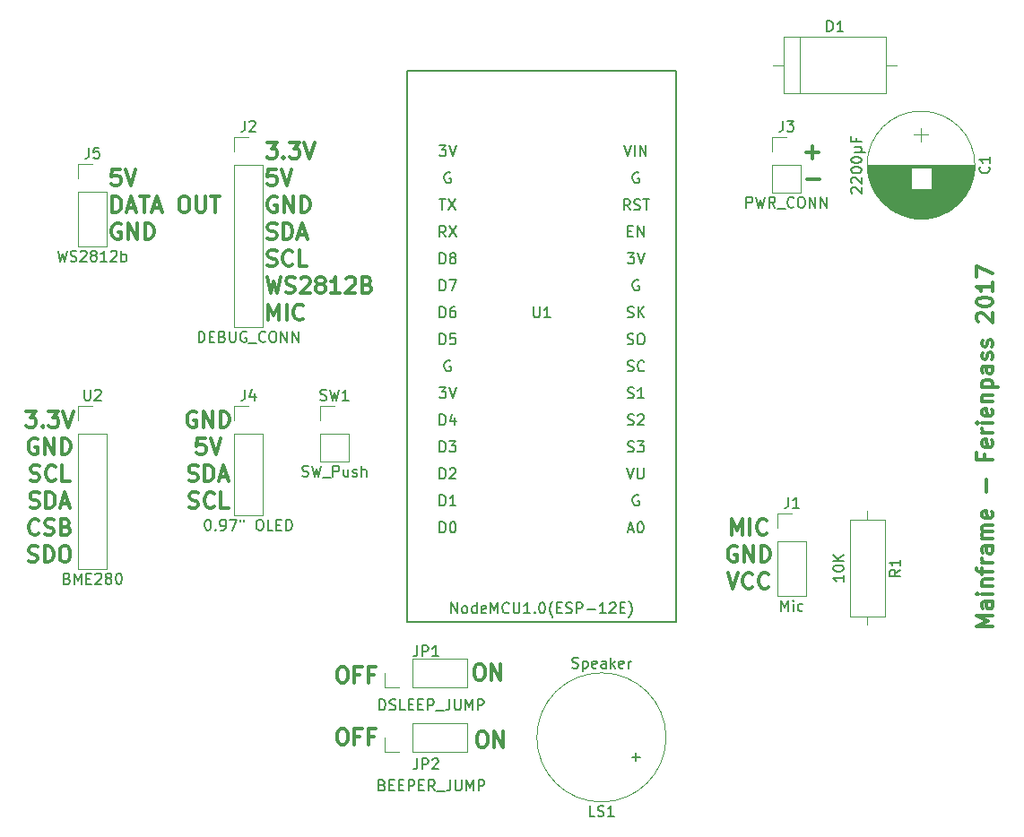
<source format=gto>
G04 #@! TF.FileFunction,Legend,Top*
%FSLAX46Y46*%
G04 Gerber Fmt 4.6, Leading zero omitted, Abs format (unit mm)*
G04 Created by KiCad (PCBNEW 4.0.6) date Tue Jun  6 10:50:41 2017*
%MOMM*%
%LPD*%
G01*
G04 APERTURE LIST*
%ADD10C,0.100000*%
%ADD11C,0.300000*%
%ADD12C,0.120000*%
%ADD13C,0.150000*%
G04 APERTURE END LIST*
D10*
D11*
X88816857Y-67216571D02*
X88816857Y-65716571D01*
X89316857Y-66788000D01*
X89816857Y-65716571D01*
X89816857Y-67216571D01*
X90531143Y-67216571D02*
X90531143Y-65716571D01*
X92102572Y-67073714D02*
X92031143Y-67145143D01*
X91816857Y-67216571D01*
X91674000Y-67216571D01*
X91459715Y-67145143D01*
X91316857Y-67002286D01*
X91245429Y-66859429D01*
X91174000Y-66573714D01*
X91174000Y-66359429D01*
X91245429Y-66073714D01*
X91316857Y-65930857D01*
X91459715Y-65788000D01*
X91674000Y-65716571D01*
X91816857Y-65716571D01*
X92031143Y-65788000D01*
X92102572Y-65859429D01*
X89281143Y-68338000D02*
X89138286Y-68266571D01*
X88924000Y-68266571D01*
X88709715Y-68338000D01*
X88566857Y-68480857D01*
X88495429Y-68623714D01*
X88424000Y-68909429D01*
X88424000Y-69123714D01*
X88495429Y-69409429D01*
X88566857Y-69552286D01*
X88709715Y-69695143D01*
X88924000Y-69766571D01*
X89066857Y-69766571D01*
X89281143Y-69695143D01*
X89352572Y-69623714D01*
X89352572Y-69123714D01*
X89066857Y-69123714D01*
X89995429Y-69766571D02*
X89995429Y-68266571D01*
X90852572Y-69766571D01*
X90852572Y-68266571D01*
X91566858Y-69766571D02*
X91566858Y-68266571D01*
X91924001Y-68266571D01*
X92138286Y-68338000D01*
X92281144Y-68480857D01*
X92352572Y-68623714D01*
X92424001Y-68909429D01*
X92424001Y-69123714D01*
X92352572Y-69409429D01*
X92281144Y-69552286D01*
X92138286Y-69695143D01*
X91924001Y-69766571D01*
X91566858Y-69766571D01*
X88424000Y-70816571D02*
X88924000Y-72316571D01*
X89424000Y-70816571D01*
X90781143Y-72173714D02*
X90709714Y-72245143D01*
X90495428Y-72316571D01*
X90352571Y-72316571D01*
X90138286Y-72245143D01*
X89995428Y-72102286D01*
X89924000Y-71959429D01*
X89852571Y-71673714D01*
X89852571Y-71459429D01*
X89924000Y-71173714D01*
X89995428Y-71030857D01*
X90138286Y-70888000D01*
X90352571Y-70816571D01*
X90495428Y-70816571D01*
X90709714Y-70888000D01*
X90781143Y-70959429D01*
X92281143Y-72173714D02*
X92209714Y-72245143D01*
X91995428Y-72316571D01*
X91852571Y-72316571D01*
X91638286Y-72245143D01*
X91495428Y-72102286D01*
X91424000Y-71959429D01*
X91352571Y-71673714D01*
X91352571Y-71459429D01*
X91424000Y-71173714D01*
X91495428Y-71030857D01*
X91638286Y-70888000D01*
X91852571Y-70816571D01*
X91995428Y-70816571D01*
X92209714Y-70888000D01*
X92281143Y-70959429D01*
X51911429Y-85538571D02*
X52197143Y-85538571D01*
X52340001Y-85610000D01*
X52482858Y-85752857D01*
X52554286Y-86038571D01*
X52554286Y-86538571D01*
X52482858Y-86824286D01*
X52340001Y-86967143D01*
X52197143Y-87038571D01*
X51911429Y-87038571D01*
X51768572Y-86967143D01*
X51625715Y-86824286D01*
X51554286Y-86538571D01*
X51554286Y-86038571D01*
X51625715Y-85752857D01*
X51768572Y-85610000D01*
X51911429Y-85538571D01*
X53697144Y-86252857D02*
X53197144Y-86252857D01*
X53197144Y-87038571D02*
X53197144Y-85538571D01*
X53911430Y-85538571D01*
X54982858Y-86252857D02*
X54482858Y-86252857D01*
X54482858Y-87038571D02*
X54482858Y-85538571D01*
X55197144Y-85538571D01*
X51911429Y-79696571D02*
X52197143Y-79696571D01*
X52340001Y-79768000D01*
X52482858Y-79910857D01*
X52554286Y-80196571D01*
X52554286Y-80696571D01*
X52482858Y-80982286D01*
X52340001Y-81125143D01*
X52197143Y-81196571D01*
X51911429Y-81196571D01*
X51768572Y-81125143D01*
X51625715Y-80982286D01*
X51554286Y-80696571D01*
X51554286Y-80196571D01*
X51625715Y-79910857D01*
X51768572Y-79768000D01*
X51911429Y-79696571D01*
X53697144Y-80410857D02*
X53197144Y-80410857D01*
X53197144Y-81196571D02*
X53197144Y-79696571D01*
X53911430Y-79696571D01*
X54982858Y-80410857D02*
X54482858Y-80410857D01*
X54482858Y-81196571D02*
X54482858Y-79696571D01*
X55197144Y-79696571D01*
X65111428Y-85792571D02*
X65397142Y-85792571D01*
X65540000Y-85864000D01*
X65682857Y-86006857D01*
X65754285Y-86292571D01*
X65754285Y-86792571D01*
X65682857Y-87078286D01*
X65540000Y-87221143D01*
X65397142Y-87292571D01*
X65111428Y-87292571D01*
X64968571Y-87221143D01*
X64825714Y-87078286D01*
X64754285Y-86792571D01*
X64754285Y-86292571D01*
X64825714Y-86006857D01*
X64968571Y-85864000D01*
X65111428Y-85792571D01*
X66397143Y-87292571D02*
X66397143Y-85792571D01*
X67254286Y-87292571D01*
X67254286Y-85792571D01*
X64857428Y-79442571D02*
X65143142Y-79442571D01*
X65286000Y-79514000D01*
X65428857Y-79656857D01*
X65500285Y-79942571D01*
X65500285Y-80442571D01*
X65428857Y-80728286D01*
X65286000Y-80871143D01*
X65143142Y-80942571D01*
X64857428Y-80942571D01*
X64714571Y-80871143D01*
X64571714Y-80728286D01*
X64500285Y-80442571D01*
X64500285Y-79942571D01*
X64571714Y-79656857D01*
X64714571Y-79514000D01*
X64857428Y-79442571D01*
X66143143Y-80942571D02*
X66143143Y-79442571D01*
X67000286Y-80942571D01*
X67000286Y-79442571D01*
X38227143Y-55623000D02*
X38084286Y-55551571D01*
X37870000Y-55551571D01*
X37655715Y-55623000D01*
X37512857Y-55765857D01*
X37441429Y-55908714D01*
X37370000Y-56194429D01*
X37370000Y-56408714D01*
X37441429Y-56694429D01*
X37512857Y-56837286D01*
X37655715Y-56980143D01*
X37870000Y-57051571D01*
X38012857Y-57051571D01*
X38227143Y-56980143D01*
X38298572Y-56908714D01*
X38298572Y-56408714D01*
X38012857Y-56408714D01*
X38941429Y-57051571D02*
X38941429Y-55551571D01*
X39798572Y-57051571D01*
X39798572Y-55551571D01*
X40512858Y-57051571D02*
X40512858Y-55551571D01*
X40870001Y-55551571D01*
X41084286Y-55623000D01*
X41227144Y-55765857D01*
X41298572Y-55908714D01*
X41370001Y-56194429D01*
X41370001Y-56408714D01*
X41298572Y-56694429D01*
X41227144Y-56837286D01*
X41084286Y-56980143D01*
X40870001Y-57051571D01*
X40512858Y-57051571D01*
X39084287Y-58101571D02*
X38370001Y-58101571D01*
X38298572Y-58815857D01*
X38370001Y-58744429D01*
X38512858Y-58673000D01*
X38870001Y-58673000D01*
X39012858Y-58744429D01*
X39084287Y-58815857D01*
X39155715Y-58958714D01*
X39155715Y-59315857D01*
X39084287Y-59458714D01*
X39012858Y-59530143D01*
X38870001Y-59601571D01*
X38512858Y-59601571D01*
X38370001Y-59530143D01*
X38298572Y-59458714D01*
X39584286Y-58101571D02*
X40084286Y-59601571D01*
X40584286Y-58101571D01*
X37548572Y-62080143D02*
X37762858Y-62151571D01*
X38120001Y-62151571D01*
X38262858Y-62080143D01*
X38334287Y-62008714D01*
X38405715Y-61865857D01*
X38405715Y-61723000D01*
X38334287Y-61580143D01*
X38262858Y-61508714D01*
X38120001Y-61437286D01*
X37834287Y-61365857D01*
X37691429Y-61294429D01*
X37620001Y-61223000D01*
X37548572Y-61080143D01*
X37548572Y-60937286D01*
X37620001Y-60794429D01*
X37691429Y-60723000D01*
X37834287Y-60651571D01*
X38191429Y-60651571D01*
X38405715Y-60723000D01*
X39048572Y-62151571D02*
X39048572Y-60651571D01*
X39405715Y-60651571D01*
X39620000Y-60723000D01*
X39762858Y-60865857D01*
X39834286Y-61008714D01*
X39905715Y-61294429D01*
X39905715Y-61508714D01*
X39834286Y-61794429D01*
X39762858Y-61937286D01*
X39620000Y-62080143D01*
X39405715Y-62151571D01*
X39048572Y-62151571D01*
X40477143Y-61723000D02*
X41191429Y-61723000D01*
X40334286Y-62151571D02*
X40834286Y-60651571D01*
X41334286Y-62151571D01*
X37584286Y-64630143D02*
X37798572Y-64701571D01*
X38155715Y-64701571D01*
X38298572Y-64630143D01*
X38370001Y-64558714D01*
X38441429Y-64415857D01*
X38441429Y-64273000D01*
X38370001Y-64130143D01*
X38298572Y-64058714D01*
X38155715Y-63987286D01*
X37870001Y-63915857D01*
X37727143Y-63844429D01*
X37655715Y-63773000D01*
X37584286Y-63630143D01*
X37584286Y-63487286D01*
X37655715Y-63344429D01*
X37727143Y-63273000D01*
X37870001Y-63201571D01*
X38227143Y-63201571D01*
X38441429Y-63273000D01*
X39941429Y-64558714D02*
X39870000Y-64630143D01*
X39655714Y-64701571D01*
X39512857Y-64701571D01*
X39298572Y-64630143D01*
X39155714Y-64487286D01*
X39084286Y-64344429D01*
X39012857Y-64058714D01*
X39012857Y-63844429D01*
X39084286Y-63558714D01*
X39155714Y-63415857D01*
X39298572Y-63273000D01*
X39512857Y-63201571D01*
X39655714Y-63201571D01*
X39870000Y-63273000D01*
X39941429Y-63344429D01*
X41298572Y-64701571D02*
X40584286Y-64701571D01*
X40584286Y-63201571D01*
X22169715Y-55541571D02*
X23098286Y-55541571D01*
X22598286Y-56113000D01*
X22812572Y-56113000D01*
X22955429Y-56184429D01*
X23026858Y-56255857D01*
X23098286Y-56398714D01*
X23098286Y-56755857D01*
X23026858Y-56898714D01*
X22955429Y-56970143D01*
X22812572Y-57041571D01*
X22384000Y-57041571D01*
X22241143Y-56970143D01*
X22169715Y-56898714D01*
X23741143Y-56898714D02*
X23812571Y-56970143D01*
X23741143Y-57041571D01*
X23669714Y-56970143D01*
X23741143Y-56898714D01*
X23741143Y-57041571D01*
X24312572Y-55541571D02*
X25241143Y-55541571D01*
X24741143Y-56113000D01*
X24955429Y-56113000D01*
X25098286Y-56184429D01*
X25169715Y-56255857D01*
X25241143Y-56398714D01*
X25241143Y-56755857D01*
X25169715Y-56898714D01*
X25098286Y-56970143D01*
X24955429Y-57041571D01*
X24526857Y-57041571D01*
X24384000Y-56970143D01*
X24312572Y-56898714D01*
X25669714Y-55541571D02*
X26169714Y-57041571D01*
X26669714Y-55541571D01*
X23241143Y-58163000D02*
X23098286Y-58091571D01*
X22884000Y-58091571D01*
X22669715Y-58163000D01*
X22526857Y-58305857D01*
X22455429Y-58448714D01*
X22384000Y-58734429D01*
X22384000Y-58948714D01*
X22455429Y-59234429D01*
X22526857Y-59377286D01*
X22669715Y-59520143D01*
X22884000Y-59591571D01*
X23026857Y-59591571D01*
X23241143Y-59520143D01*
X23312572Y-59448714D01*
X23312572Y-58948714D01*
X23026857Y-58948714D01*
X23955429Y-59591571D02*
X23955429Y-58091571D01*
X24812572Y-59591571D01*
X24812572Y-58091571D01*
X25526858Y-59591571D02*
X25526858Y-58091571D01*
X25884001Y-58091571D01*
X26098286Y-58163000D01*
X26241144Y-58305857D01*
X26312572Y-58448714D01*
X26384001Y-58734429D01*
X26384001Y-58948714D01*
X26312572Y-59234429D01*
X26241144Y-59377286D01*
X26098286Y-59520143D01*
X25884001Y-59591571D01*
X25526858Y-59591571D01*
X22598286Y-62070143D02*
X22812572Y-62141571D01*
X23169715Y-62141571D01*
X23312572Y-62070143D01*
X23384001Y-61998714D01*
X23455429Y-61855857D01*
X23455429Y-61713000D01*
X23384001Y-61570143D01*
X23312572Y-61498714D01*
X23169715Y-61427286D01*
X22884001Y-61355857D01*
X22741143Y-61284429D01*
X22669715Y-61213000D01*
X22598286Y-61070143D01*
X22598286Y-60927286D01*
X22669715Y-60784429D01*
X22741143Y-60713000D01*
X22884001Y-60641571D01*
X23241143Y-60641571D01*
X23455429Y-60713000D01*
X24955429Y-61998714D02*
X24884000Y-62070143D01*
X24669714Y-62141571D01*
X24526857Y-62141571D01*
X24312572Y-62070143D01*
X24169714Y-61927286D01*
X24098286Y-61784429D01*
X24026857Y-61498714D01*
X24026857Y-61284429D01*
X24098286Y-60998714D01*
X24169714Y-60855857D01*
X24312572Y-60713000D01*
X24526857Y-60641571D01*
X24669714Y-60641571D01*
X24884000Y-60713000D01*
X24955429Y-60784429D01*
X26312572Y-62141571D02*
X25598286Y-62141571D01*
X25598286Y-60641571D01*
X22562572Y-64620143D02*
X22776858Y-64691571D01*
X23134001Y-64691571D01*
X23276858Y-64620143D01*
X23348287Y-64548714D01*
X23419715Y-64405857D01*
X23419715Y-64263000D01*
X23348287Y-64120143D01*
X23276858Y-64048714D01*
X23134001Y-63977286D01*
X22848287Y-63905857D01*
X22705429Y-63834429D01*
X22634001Y-63763000D01*
X22562572Y-63620143D01*
X22562572Y-63477286D01*
X22634001Y-63334429D01*
X22705429Y-63263000D01*
X22848287Y-63191571D01*
X23205429Y-63191571D01*
X23419715Y-63263000D01*
X24062572Y-64691571D02*
X24062572Y-63191571D01*
X24419715Y-63191571D01*
X24634000Y-63263000D01*
X24776858Y-63405857D01*
X24848286Y-63548714D01*
X24919715Y-63834429D01*
X24919715Y-64048714D01*
X24848286Y-64334429D01*
X24776858Y-64477286D01*
X24634000Y-64620143D01*
X24419715Y-64691571D01*
X24062572Y-64691571D01*
X25491143Y-64263000D02*
X26205429Y-64263000D01*
X25348286Y-64691571D02*
X25848286Y-63191571D01*
X26348286Y-64691571D01*
X23384001Y-67098714D02*
X23312572Y-67170143D01*
X23098286Y-67241571D01*
X22955429Y-67241571D01*
X22741144Y-67170143D01*
X22598286Y-67027286D01*
X22526858Y-66884429D01*
X22455429Y-66598714D01*
X22455429Y-66384429D01*
X22526858Y-66098714D01*
X22598286Y-65955857D01*
X22741144Y-65813000D01*
X22955429Y-65741571D01*
X23098286Y-65741571D01*
X23312572Y-65813000D01*
X23384001Y-65884429D01*
X23955429Y-67170143D02*
X24169715Y-67241571D01*
X24526858Y-67241571D01*
X24669715Y-67170143D01*
X24741144Y-67098714D01*
X24812572Y-66955857D01*
X24812572Y-66813000D01*
X24741144Y-66670143D01*
X24669715Y-66598714D01*
X24526858Y-66527286D01*
X24241144Y-66455857D01*
X24098286Y-66384429D01*
X24026858Y-66313000D01*
X23955429Y-66170143D01*
X23955429Y-66027286D01*
X24026858Y-65884429D01*
X24098286Y-65813000D01*
X24241144Y-65741571D01*
X24598286Y-65741571D01*
X24812572Y-65813000D01*
X25955429Y-66455857D02*
X26169715Y-66527286D01*
X26241143Y-66598714D01*
X26312572Y-66741571D01*
X26312572Y-66955857D01*
X26241143Y-67098714D01*
X26169715Y-67170143D01*
X26026857Y-67241571D01*
X25455429Y-67241571D01*
X25455429Y-65741571D01*
X25955429Y-65741571D01*
X26098286Y-65813000D01*
X26169715Y-65884429D01*
X26241143Y-66027286D01*
X26241143Y-66170143D01*
X26169715Y-66313000D01*
X26098286Y-66384429D01*
X25955429Y-66455857D01*
X25455429Y-66455857D01*
X22419714Y-69720143D02*
X22634000Y-69791571D01*
X22991143Y-69791571D01*
X23134000Y-69720143D01*
X23205429Y-69648714D01*
X23276857Y-69505857D01*
X23276857Y-69363000D01*
X23205429Y-69220143D01*
X23134000Y-69148714D01*
X22991143Y-69077286D01*
X22705429Y-69005857D01*
X22562571Y-68934429D01*
X22491143Y-68863000D01*
X22419714Y-68720143D01*
X22419714Y-68577286D01*
X22491143Y-68434429D01*
X22562571Y-68363000D01*
X22705429Y-68291571D01*
X23062571Y-68291571D01*
X23276857Y-68363000D01*
X23919714Y-69791571D02*
X23919714Y-68291571D01*
X24276857Y-68291571D01*
X24491142Y-68363000D01*
X24634000Y-68505857D01*
X24705428Y-68648714D01*
X24776857Y-68934429D01*
X24776857Y-69148714D01*
X24705428Y-69434429D01*
X24634000Y-69577286D01*
X24491142Y-69720143D01*
X24276857Y-69791571D01*
X23919714Y-69791571D01*
X25705428Y-68291571D02*
X25991142Y-68291571D01*
X26134000Y-68363000D01*
X26276857Y-68505857D01*
X26348285Y-68791571D01*
X26348285Y-69291571D01*
X26276857Y-69577286D01*
X26134000Y-69720143D01*
X25991142Y-69791571D01*
X25705428Y-69791571D01*
X25562571Y-69720143D01*
X25419714Y-69577286D01*
X25348285Y-69291571D01*
X25348285Y-68791571D01*
X25419714Y-68505857D01*
X25562571Y-68363000D01*
X25705428Y-68291571D01*
X31043429Y-32696571D02*
X30329143Y-32696571D01*
X30257714Y-33410857D01*
X30329143Y-33339429D01*
X30472000Y-33268000D01*
X30829143Y-33268000D01*
X30972000Y-33339429D01*
X31043429Y-33410857D01*
X31114857Y-33553714D01*
X31114857Y-33910857D01*
X31043429Y-34053714D01*
X30972000Y-34125143D01*
X30829143Y-34196571D01*
X30472000Y-34196571D01*
X30329143Y-34125143D01*
X30257714Y-34053714D01*
X31543428Y-32696571D02*
X32043428Y-34196571D01*
X32543428Y-32696571D01*
X30329143Y-36746571D02*
X30329143Y-35246571D01*
X30686286Y-35246571D01*
X30900571Y-35318000D01*
X31043429Y-35460857D01*
X31114857Y-35603714D01*
X31186286Y-35889429D01*
X31186286Y-36103714D01*
X31114857Y-36389429D01*
X31043429Y-36532286D01*
X30900571Y-36675143D01*
X30686286Y-36746571D01*
X30329143Y-36746571D01*
X31757714Y-36318000D02*
X32472000Y-36318000D01*
X31614857Y-36746571D02*
X32114857Y-35246571D01*
X32614857Y-36746571D01*
X32900571Y-35246571D02*
X33757714Y-35246571D01*
X33329143Y-36746571D02*
X33329143Y-35246571D01*
X34186285Y-36318000D02*
X34900571Y-36318000D01*
X34043428Y-36746571D02*
X34543428Y-35246571D01*
X35043428Y-36746571D01*
X36971999Y-35246571D02*
X37257713Y-35246571D01*
X37400571Y-35318000D01*
X37543428Y-35460857D01*
X37614856Y-35746571D01*
X37614856Y-36246571D01*
X37543428Y-36532286D01*
X37400571Y-36675143D01*
X37257713Y-36746571D01*
X36971999Y-36746571D01*
X36829142Y-36675143D01*
X36686285Y-36532286D01*
X36614856Y-36246571D01*
X36614856Y-35746571D01*
X36686285Y-35460857D01*
X36829142Y-35318000D01*
X36971999Y-35246571D01*
X38257714Y-35246571D02*
X38257714Y-36460857D01*
X38329142Y-36603714D01*
X38400571Y-36675143D01*
X38543428Y-36746571D01*
X38829142Y-36746571D01*
X38972000Y-36675143D01*
X39043428Y-36603714D01*
X39114857Y-36460857D01*
X39114857Y-35246571D01*
X39614857Y-35246571D02*
X40472000Y-35246571D01*
X40043429Y-36746571D02*
X40043429Y-35246571D01*
X31114857Y-37868000D02*
X30972000Y-37796571D01*
X30757714Y-37796571D01*
X30543429Y-37868000D01*
X30400571Y-38010857D01*
X30329143Y-38153714D01*
X30257714Y-38439429D01*
X30257714Y-38653714D01*
X30329143Y-38939429D01*
X30400571Y-39082286D01*
X30543429Y-39225143D01*
X30757714Y-39296571D01*
X30900571Y-39296571D01*
X31114857Y-39225143D01*
X31186286Y-39153714D01*
X31186286Y-38653714D01*
X30900571Y-38653714D01*
X31829143Y-39296571D02*
X31829143Y-37796571D01*
X32686286Y-39296571D01*
X32686286Y-37796571D01*
X33400572Y-39296571D02*
X33400572Y-37796571D01*
X33757715Y-37796571D01*
X33972000Y-37868000D01*
X34114858Y-38010857D01*
X34186286Y-38153714D01*
X34257715Y-38439429D01*
X34257715Y-38653714D01*
X34186286Y-38939429D01*
X34114858Y-39082286D01*
X33972000Y-39225143D01*
X33757715Y-39296571D01*
X33400572Y-39296571D01*
X44918286Y-30136571D02*
X45846857Y-30136571D01*
X45346857Y-30708000D01*
X45561143Y-30708000D01*
X45704000Y-30779429D01*
X45775429Y-30850857D01*
X45846857Y-30993714D01*
X45846857Y-31350857D01*
X45775429Y-31493714D01*
X45704000Y-31565143D01*
X45561143Y-31636571D01*
X45132571Y-31636571D01*
X44989714Y-31565143D01*
X44918286Y-31493714D01*
X46489714Y-31493714D02*
X46561142Y-31565143D01*
X46489714Y-31636571D01*
X46418285Y-31565143D01*
X46489714Y-31493714D01*
X46489714Y-31636571D01*
X47061143Y-30136571D02*
X47989714Y-30136571D01*
X47489714Y-30708000D01*
X47704000Y-30708000D01*
X47846857Y-30779429D01*
X47918286Y-30850857D01*
X47989714Y-30993714D01*
X47989714Y-31350857D01*
X47918286Y-31493714D01*
X47846857Y-31565143D01*
X47704000Y-31636571D01*
X47275428Y-31636571D01*
X47132571Y-31565143D01*
X47061143Y-31493714D01*
X48418285Y-30136571D02*
X48918285Y-31636571D01*
X49418285Y-30136571D01*
X45775429Y-32686571D02*
X45061143Y-32686571D01*
X44989714Y-33400857D01*
X45061143Y-33329429D01*
X45204000Y-33258000D01*
X45561143Y-33258000D01*
X45704000Y-33329429D01*
X45775429Y-33400857D01*
X45846857Y-33543714D01*
X45846857Y-33900857D01*
X45775429Y-34043714D01*
X45704000Y-34115143D01*
X45561143Y-34186571D01*
X45204000Y-34186571D01*
X45061143Y-34115143D01*
X44989714Y-34043714D01*
X46275428Y-32686571D02*
X46775428Y-34186571D01*
X47275428Y-32686571D01*
X45846857Y-35308000D02*
X45704000Y-35236571D01*
X45489714Y-35236571D01*
X45275429Y-35308000D01*
X45132571Y-35450857D01*
X45061143Y-35593714D01*
X44989714Y-35879429D01*
X44989714Y-36093714D01*
X45061143Y-36379429D01*
X45132571Y-36522286D01*
X45275429Y-36665143D01*
X45489714Y-36736571D01*
X45632571Y-36736571D01*
X45846857Y-36665143D01*
X45918286Y-36593714D01*
X45918286Y-36093714D01*
X45632571Y-36093714D01*
X46561143Y-36736571D02*
X46561143Y-35236571D01*
X47418286Y-36736571D01*
X47418286Y-35236571D01*
X48132572Y-36736571D02*
X48132572Y-35236571D01*
X48489715Y-35236571D01*
X48704000Y-35308000D01*
X48846858Y-35450857D01*
X48918286Y-35593714D01*
X48989715Y-35879429D01*
X48989715Y-36093714D01*
X48918286Y-36379429D01*
X48846858Y-36522286D01*
X48704000Y-36665143D01*
X48489715Y-36736571D01*
X48132572Y-36736571D01*
X44989714Y-39215143D02*
X45204000Y-39286571D01*
X45561143Y-39286571D01*
X45704000Y-39215143D01*
X45775429Y-39143714D01*
X45846857Y-39000857D01*
X45846857Y-38858000D01*
X45775429Y-38715143D01*
X45704000Y-38643714D01*
X45561143Y-38572286D01*
X45275429Y-38500857D01*
X45132571Y-38429429D01*
X45061143Y-38358000D01*
X44989714Y-38215143D01*
X44989714Y-38072286D01*
X45061143Y-37929429D01*
X45132571Y-37858000D01*
X45275429Y-37786571D01*
X45632571Y-37786571D01*
X45846857Y-37858000D01*
X46489714Y-39286571D02*
X46489714Y-37786571D01*
X46846857Y-37786571D01*
X47061142Y-37858000D01*
X47204000Y-38000857D01*
X47275428Y-38143714D01*
X47346857Y-38429429D01*
X47346857Y-38643714D01*
X47275428Y-38929429D01*
X47204000Y-39072286D01*
X47061142Y-39215143D01*
X46846857Y-39286571D01*
X46489714Y-39286571D01*
X47918285Y-38858000D02*
X48632571Y-38858000D01*
X47775428Y-39286571D02*
X48275428Y-37786571D01*
X48775428Y-39286571D01*
X44989714Y-41765143D02*
X45204000Y-41836571D01*
X45561143Y-41836571D01*
X45704000Y-41765143D01*
X45775429Y-41693714D01*
X45846857Y-41550857D01*
X45846857Y-41408000D01*
X45775429Y-41265143D01*
X45704000Y-41193714D01*
X45561143Y-41122286D01*
X45275429Y-41050857D01*
X45132571Y-40979429D01*
X45061143Y-40908000D01*
X44989714Y-40765143D01*
X44989714Y-40622286D01*
X45061143Y-40479429D01*
X45132571Y-40408000D01*
X45275429Y-40336571D01*
X45632571Y-40336571D01*
X45846857Y-40408000D01*
X47346857Y-41693714D02*
X47275428Y-41765143D01*
X47061142Y-41836571D01*
X46918285Y-41836571D01*
X46704000Y-41765143D01*
X46561142Y-41622286D01*
X46489714Y-41479429D01*
X46418285Y-41193714D01*
X46418285Y-40979429D01*
X46489714Y-40693714D01*
X46561142Y-40550857D01*
X46704000Y-40408000D01*
X46918285Y-40336571D01*
X47061142Y-40336571D01*
X47275428Y-40408000D01*
X47346857Y-40479429D01*
X48704000Y-41836571D02*
X47989714Y-41836571D01*
X47989714Y-40336571D01*
X44918286Y-42886571D02*
X45275429Y-44386571D01*
X45561143Y-43315143D01*
X45846857Y-44386571D01*
X46204000Y-42886571D01*
X46704000Y-44315143D02*
X46918286Y-44386571D01*
X47275429Y-44386571D01*
X47418286Y-44315143D01*
X47489715Y-44243714D01*
X47561143Y-44100857D01*
X47561143Y-43958000D01*
X47489715Y-43815143D01*
X47418286Y-43743714D01*
X47275429Y-43672286D01*
X46989715Y-43600857D01*
X46846857Y-43529429D01*
X46775429Y-43458000D01*
X46704000Y-43315143D01*
X46704000Y-43172286D01*
X46775429Y-43029429D01*
X46846857Y-42958000D01*
X46989715Y-42886571D01*
X47346857Y-42886571D01*
X47561143Y-42958000D01*
X48132571Y-43029429D02*
X48204000Y-42958000D01*
X48346857Y-42886571D01*
X48704000Y-42886571D01*
X48846857Y-42958000D01*
X48918286Y-43029429D01*
X48989714Y-43172286D01*
X48989714Y-43315143D01*
X48918286Y-43529429D01*
X48061143Y-44386571D01*
X48989714Y-44386571D01*
X49846857Y-43529429D02*
X49703999Y-43458000D01*
X49632571Y-43386571D01*
X49561142Y-43243714D01*
X49561142Y-43172286D01*
X49632571Y-43029429D01*
X49703999Y-42958000D01*
X49846857Y-42886571D01*
X50132571Y-42886571D01*
X50275428Y-42958000D01*
X50346857Y-43029429D01*
X50418285Y-43172286D01*
X50418285Y-43243714D01*
X50346857Y-43386571D01*
X50275428Y-43458000D01*
X50132571Y-43529429D01*
X49846857Y-43529429D01*
X49703999Y-43600857D01*
X49632571Y-43672286D01*
X49561142Y-43815143D01*
X49561142Y-44100857D01*
X49632571Y-44243714D01*
X49703999Y-44315143D01*
X49846857Y-44386571D01*
X50132571Y-44386571D01*
X50275428Y-44315143D01*
X50346857Y-44243714D01*
X50418285Y-44100857D01*
X50418285Y-43815143D01*
X50346857Y-43672286D01*
X50275428Y-43600857D01*
X50132571Y-43529429D01*
X51846856Y-44386571D02*
X50989713Y-44386571D01*
X51418285Y-44386571D02*
X51418285Y-42886571D01*
X51275428Y-43100857D01*
X51132570Y-43243714D01*
X50989713Y-43315143D01*
X52418284Y-43029429D02*
X52489713Y-42958000D01*
X52632570Y-42886571D01*
X52989713Y-42886571D01*
X53132570Y-42958000D01*
X53203999Y-43029429D01*
X53275427Y-43172286D01*
X53275427Y-43315143D01*
X53203999Y-43529429D01*
X52346856Y-44386571D01*
X53275427Y-44386571D01*
X54418284Y-43600857D02*
X54632570Y-43672286D01*
X54703998Y-43743714D01*
X54775427Y-43886571D01*
X54775427Y-44100857D01*
X54703998Y-44243714D01*
X54632570Y-44315143D01*
X54489712Y-44386571D01*
X53918284Y-44386571D01*
X53918284Y-42886571D01*
X54418284Y-42886571D01*
X54561141Y-42958000D01*
X54632570Y-43029429D01*
X54703998Y-43172286D01*
X54703998Y-43315143D01*
X54632570Y-43458000D01*
X54561141Y-43529429D01*
X54418284Y-43600857D01*
X53918284Y-43600857D01*
X45061143Y-46936571D02*
X45061143Y-45436571D01*
X45561143Y-46508000D01*
X46061143Y-45436571D01*
X46061143Y-46936571D01*
X46775429Y-46936571D02*
X46775429Y-45436571D01*
X48346858Y-46793714D02*
X48275429Y-46865143D01*
X48061143Y-46936571D01*
X47918286Y-46936571D01*
X47704001Y-46865143D01*
X47561143Y-46722286D01*
X47489715Y-46579429D01*
X47418286Y-46293714D01*
X47418286Y-46079429D01*
X47489715Y-45793714D01*
X47561143Y-45650857D01*
X47704001Y-45508000D01*
X47918286Y-45436571D01*
X48061143Y-45436571D01*
X48275429Y-45508000D01*
X48346858Y-45579429D01*
X95948572Y-33635143D02*
X97091429Y-33635143D01*
X95861143Y-31095143D02*
X97004000Y-31095143D01*
X96432571Y-31666571D02*
X96432571Y-30523714D01*
X113454571Y-75856570D02*
X111954571Y-75856570D01*
X113026000Y-75356570D01*
X111954571Y-74856570D01*
X113454571Y-74856570D01*
X113454571Y-73499427D02*
X112668857Y-73499427D01*
X112526000Y-73570856D01*
X112454571Y-73713713D01*
X112454571Y-73999427D01*
X112526000Y-74142284D01*
X113383143Y-73499427D02*
X113454571Y-73642284D01*
X113454571Y-73999427D01*
X113383143Y-74142284D01*
X113240286Y-74213713D01*
X113097429Y-74213713D01*
X112954571Y-74142284D01*
X112883143Y-73999427D01*
X112883143Y-73642284D01*
X112811714Y-73499427D01*
X113454571Y-72785141D02*
X112454571Y-72785141D01*
X111954571Y-72785141D02*
X112026000Y-72856570D01*
X112097429Y-72785141D01*
X112026000Y-72713713D01*
X111954571Y-72785141D01*
X112097429Y-72785141D01*
X112454571Y-72070855D02*
X113454571Y-72070855D01*
X112597429Y-72070855D02*
X112526000Y-71999427D01*
X112454571Y-71856569D01*
X112454571Y-71642284D01*
X112526000Y-71499427D01*
X112668857Y-71427998D01*
X113454571Y-71427998D01*
X112454571Y-70927998D02*
X112454571Y-70356569D01*
X113454571Y-70713712D02*
X112168857Y-70713712D01*
X112026000Y-70642284D01*
X111954571Y-70499426D01*
X111954571Y-70356569D01*
X113454571Y-69856569D02*
X112454571Y-69856569D01*
X112740286Y-69856569D02*
X112597429Y-69785141D01*
X112526000Y-69713712D01*
X112454571Y-69570855D01*
X112454571Y-69427998D01*
X113454571Y-68285141D02*
X112668857Y-68285141D01*
X112526000Y-68356570D01*
X112454571Y-68499427D01*
X112454571Y-68785141D01*
X112526000Y-68927998D01*
X113383143Y-68285141D02*
X113454571Y-68427998D01*
X113454571Y-68785141D01*
X113383143Y-68927998D01*
X113240286Y-68999427D01*
X113097429Y-68999427D01*
X112954571Y-68927998D01*
X112883143Y-68785141D01*
X112883143Y-68427998D01*
X112811714Y-68285141D01*
X113454571Y-67570855D02*
X112454571Y-67570855D01*
X112597429Y-67570855D02*
X112526000Y-67499427D01*
X112454571Y-67356569D01*
X112454571Y-67142284D01*
X112526000Y-66999427D01*
X112668857Y-66927998D01*
X113454571Y-66927998D01*
X112668857Y-66927998D02*
X112526000Y-66856569D01*
X112454571Y-66713712D01*
X112454571Y-66499427D01*
X112526000Y-66356569D01*
X112668857Y-66285141D01*
X113454571Y-66285141D01*
X113383143Y-64999427D02*
X113454571Y-65142284D01*
X113454571Y-65427998D01*
X113383143Y-65570855D01*
X113240286Y-65642284D01*
X112668857Y-65642284D01*
X112526000Y-65570855D01*
X112454571Y-65427998D01*
X112454571Y-65142284D01*
X112526000Y-64999427D01*
X112668857Y-64927998D01*
X112811714Y-64927998D01*
X112954571Y-65642284D01*
X112883143Y-63142284D02*
X112883143Y-61999427D01*
X112668857Y-59642284D02*
X112668857Y-60142284D01*
X113454571Y-60142284D02*
X111954571Y-60142284D01*
X111954571Y-59427998D01*
X113383143Y-58285142D02*
X113454571Y-58427999D01*
X113454571Y-58713713D01*
X113383143Y-58856570D01*
X113240286Y-58927999D01*
X112668857Y-58927999D01*
X112526000Y-58856570D01*
X112454571Y-58713713D01*
X112454571Y-58427999D01*
X112526000Y-58285142D01*
X112668857Y-58213713D01*
X112811714Y-58213713D01*
X112954571Y-58927999D01*
X113454571Y-57570856D02*
X112454571Y-57570856D01*
X112740286Y-57570856D02*
X112597429Y-57499428D01*
X112526000Y-57427999D01*
X112454571Y-57285142D01*
X112454571Y-57142285D01*
X113454571Y-56642285D02*
X112454571Y-56642285D01*
X111954571Y-56642285D02*
X112026000Y-56713714D01*
X112097429Y-56642285D01*
X112026000Y-56570857D01*
X111954571Y-56642285D01*
X112097429Y-56642285D01*
X113383143Y-55356571D02*
X113454571Y-55499428D01*
X113454571Y-55785142D01*
X113383143Y-55927999D01*
X113240286Y-55999428D01*
X112668857Y-55999428D01*
X112526000Y-55927999D01*
X112454571Y-55785142D01*
X112454571Y-55499428D01*
X112526000Y-55356571D01*
X112668857Y-55285142D01*
X112811714Y-55285142D01*
X112954571Y-55999428D01*
X112454571Y-54642285D02*
X113454571Y-54642285D01*
X112597429Y-54642285D02*
X112526000Y-54570857D01*
X112454571Y-54427999D01*
X112454571Y-54213714D01*
X112526000Y-54070857D01*
X112668857Y-53999428D01*
X113454571Y-53999428D01*
X112454571Y-53285142D02*
X113954571Y-53285142D01*
X112526000Y-53285142D02*
X112454571Y-53142285D01*
X112454571Y-52856571D01*
X112526000Y-52713714D01*
X112597429Y-52642285D01*
X112740286Y-52570856D01*
X113168857Y-52570856D01*
X113311714Y-52642285D01*
X113383143Y-52713714D01*
X113454571Y-52856571D01*
X113454571Y-53142285D01*
X113383143Y-53285142D01*
X113454571Y-51285142D02*
X112668857Y-51285142D01*
X112526000Y-51356571D01*
X112454571Y-51499428D01*
X112454571Y-51785142D01*
X112526000Y-51927999D01*
X113383143Y-51285142D02*
X113454571Y-51427999D01*
X113454571Y-51785142D01*
X113383143Y-51927999D01*
X113240286Y-51999428D01*
X113097429Y-51999428D01*
X112954571Y-51927999D01*
X112883143Y-51785142D01*
X112883143Y-51427999D01*
X112811714Y-51285142D01*
X113383143Y-50642285D02*
X113454571Y-50499428D01*
X113454571Y-50213713D01*
X113383143Y-50070856D01*
X113240286Y-49999428D01*
X113168857Y-49999428D01*
X113026000Y-50070856D01*
X112954571Y-50213713D01*
X112954571Y-50427999D01*
X112883143Y-50570856D01*
X112740286Y-50642285D01*
X112668857Y-50642285D01*
X112526000Y-50570856D01*
X112454571Y-50427999D01*
X112454571Y-50213713D01*
X112526000Y-50070856D01*
X113383143Y-49427999D02*
X113454571Y-49285142D01*
X113454571Y-48999427D01*
X113383143Y-48856570D01*
X113240286Y-48785142D01*
X113168857Y-48785142D01*
X113026000Y-48856570D01*
X112954571Y-48999427D01*
X112954571Y-49213713D01*
X112883143Y-49356570D01*
X112740286Y-49427999D01*
X112668857Y-49427999D01*
X112526000Y-49356570D01*
X112454571Y-49213713D01*
X112454571Y-48999427D01*
X112526000Y-48856570D01*
X112097429Y-47070856D02*
X112026000Y-46999427D01*
X111954571Y-46856570D01*
X111954571Y-46499427D01*
X112026000Y-46356570D01*
X112097429Y-46285141D01*
X112240286Y-46213713D01*
X112383143Y-46213713D01*
X112597429Y-46285141D01*
X113454571Y-47142284D01*
X113454571Y-46213713D01*
X111954571Y-45285142D02*
X111954571Y-45142285D01*
X112026000Y-44999428D01*
X112097429Y-44927999D01*
X112240286Y-44856570D01*
X112526000Y-44785142D01*
X112883143Y-44785142D01*
X113168857Y-44856570D01*
X113311714Y-44927999D01*
X113383143Y-44999428D01*
X113454571Y-45142285D01*
X113454571Y-45285142D01*
X113383143Y-45427999D01*
X113311714Y-45499428D01*
X113168857Y-45570856D01*
X112883143Y-45642285D01*
X112526000Y-45642285D01*
X112240286Y-45570856D01*
X112097429Y-45499428D01*
X112026000Y-45427999D01*
X111954571Y-45285142D01*
X113454571Y-43356571D02*
X113454571Y-44213714D01*
X113454571Y-43785142D02*
X111954571Y-43785142D01*
X112168857Y-43927999D01*
X112311714Y-44070857D01*
X112383143Y-44213714D01*
X111954571Y-42856571D02*
X111954571Y-41856571D01*
X113454571Y-42499428D01*
D12*
X58674000Y-81594000D02*
X63814000Y-81594000D01*
X63814000Y-81594000D02*
X63814000Y-78934000D01*
X63814000Y-78934000D02*
X58674000Y-78934000D01*
X58674000Y-78934000D02*
X58674000Y-81594000D01*
X57404000Y-81594000D02*
X56074000Y-81594000D01*
X56074000Y-81594000D02*
X56074000Y-80264000D01*
D13*
X58166000Y-75438000D02*
X83566000Y-75438000D01*
X83566000Y-75438000D02*
X83566000Y-23368000D01*
X83566000Y-23368000D02*
X58166000Y-23368000D01*
X58166000Y-23368000D02*
X58166000Y-75438000D01*
D12*
X111770000Y-32278000D02*
G75*
G03X111770000Y-32278000I-5090000J0D01*
G01*
X111730000Y-32278000D02*
X101630000Y-32278000D01*
X111730000Y-32318000D02*
X101630000Y-32318000D01*
X111730000Y-32358000D02*
X101630000Y-32358000D01*
X111729000Y-32398000D02*
X101631000Y-32398000D01*
X111728000Y-32438000D02*
X101632000Y-32438000D01*
X111727000Y-32478000D02*
X101633000Y-32478000D01*
X111725000Y-32518000D02*
X101635000Y-32518000D01*
X111723000Y-32558000D02*
X107660000Y-32558000D01*
X105700000Y-32558000D02*
X101637000Y-32558000D01*
X111720000Y-32598000D02*
X107660000Y-32598000D01*
X105700000Y-32598000D02*
X101640000Y-32598000D01*
X111718000Y-32638000D02*
X107660000Y-32638000D01*
X105700000Y-32638000D02*
X101642000Y-32638000D01*
X111715000Y-32678000D02*
X107660000Y-32678000D01*
X105700000Y-32678000D02*
X101645000Y-32678000D01*
X111711000Y-32718000D02*
X107660000Y-32718000D01*
X105700000Y-32718000D02*
X101649000Y-32718000D01*
X111708000Y-32758000D02*
X107660000Y-32758000D01*
X105700000Y-32758000D02*
X101652000Y-32758000D01*
X111704000Y-32798000D02*
X107660000Y-32798000D01*
X105700000Y-32798000D02*
X101656000Y-32798000D01*
X111700000Y-32838000D02*
X107660000Y-32838000D01*
X105700000Y-32838000D02*
X101660000Y-32838000D01*
X111695000Y-32878000D02*
X107660000Y-32878000D01*
X105700000Y-32878000D02*
X101665000Y-32878000D01*
X111690000Y-32918000D02*
X107660000Y-32918000D01*
X105700000Y-32918000D02*
X101670000Y-32918000D01*
X111685000Y-32958000D02*
X107660000Y-32958000D01*
X105700000Y-32958000D02*
X101675000Y-32958000D01*
X111679000Y-32999000D02*
X107660000Y-32999000D01*
X105700000Y-32999000D02*
X101681000Y-32999000D01*
X111673000Y-33039000D02*
X107660000Y-33039000D01*
X105700000Y-33039000D02*
X101687000Y-33039000D01*
X111667000Y-33079000D02*
X107660000Y-33079000D01*
X105700000Y-33079000D02*
X101693000Y-33079000D01*
X111661000Y-33119000D02*
X107660000Y-33119000D01*
X105700000Y-33119000D02*
X101699000Y-33119000D01*
X111654000Y-33159000D02*
X107660000Y-33159000D01*
X105700000Y-33159000D02*
X101706000Y-33159000D01*
X111647000Y-33199000D02*
X107660000Y-33199000D01*
X105700000Y-33199000D02*
X101713000Y-33199000D01*
X111639000Y-33239000D02*
X107660000Y-33239000D01*
X105700000Y-33239000D02*
X101721000Y-33239000D01*
X111631000Y-33279000D02*
X107660000Y-33279000D01*
X105700000Y-33279000D02*
X101729000Y-33279000D01*
X111623000Y-33319000D02*
X107660000Y-33319000D01*
X105700000Y-33319000D02*
X101737000Y-33319000D01*
X111615000Y-33359000D02*
X107660000Y-33359000D01*
X105700000Y-33359000D02*
X101745000Y-33359000D01*
X111606000Y-33399000D02*
X107660000Y-33399000D01*
X105700000Y-33399000D02*
X101754000Y-33399000D01*
X111597000Y-33439000D02*
X107660000Y-33439000D01*
X105700000Y-33439000D02*
X101763000Y-33439000D01*
X111587000Y-33479000D02*
X107660000Y-33479000D01*
X105700000Y-33479000D02*
X101773000Y-33479000D01*
X111577000Y-33519000D02*
X107660000Y-33519000D01*
X105700000Y-33519000D02*
X101783000Y-33519000D01*
X111567000Y-33559000D02*
X107660000Y-33559000D01*
X105700000Y-33559000D02*
X101793000Y-33559000D01*
X111556000Y-33599000D02*
X107660000Y-33599000D01*
X105700000Y-33599000D02*
X101804000Y-33599000D01*
X111545000Y-33639000D02*
X107660000Y-33639000D01*
X105700000Y-33639000D02*
X101815000Y-33639000D01*
X111534000Y-33679000D02*
X107660000Y-33679000D01*
X105700000Y-33679000D02*
X101826000Y-33679000D01*
X111523000Y-33719000D02*
X107660000Y-33719000D01*
X105700000Y-33719000D02*
X101837000Y-33719000D01*
X111511000Y-33759000D02*
X107660000Y-33759000D01*
X105700000Y-33759000D02*
X101849000Y-33759000D01*
X111498000Y-33799000D02*
X107660000Y-33799000D01*
X105700000Y-33799000D02*
X101862000Y-33799000D01*
X111486000Y-33839000D02*
X107660000Y-33839000D01*
X105700000Y-33839000D02*
X101874000Y-33839000D01*
X111472000Y-33879000D02*
X107660000Y-33879000D01*
X105700000Y-33879000D02*
X101888000Y-33879000D01*
X111459000Y-33919000D02*
X107660000Y-33919000D01*
X105700000Y-33919000D02*
X101901000Y-33919000D01*
X111445000Y-33959000D02*
X107660000Y-33959000D01*
X105700000Y-33959000D02*
X101915000Y-33959000D01*
X111431000Y-33999000D02*
X107660000Y-33999000D01*
X105700000Y-33999000D02*
X101929000Y-33999000D01*
X111417000Y-34039000D02*
X107660000Y-34039000D01*
X105700000Y-34039000D02*
X101943000Y-34039000D01*
X111402000Y-34079000D02*
X107660000Y-34079000D01*
X105700000Y-34079000D02*
X101958000Y-34079000D01*
X111386000Y-34119000D02*
X107660000Y-34119000D01*
X105700000Y-34119000D02*
X101974000Y-34119000D01*
X111371000Y-34159000D02*
X107660000Y-34159000D01*
X105700000Y-34159000D02*
X101989000Y-34159000D01*
X111354000Y-34199000D02*
X107660000Y-34199000D01*
X105700000Y-34199000D02*
X102006000Y-34199000D01*
X111338000Y-34239000D02*
X107660000Y-34239000D01*
X105700000Y-34239000D02*
X102022000Y-34239000D01*
X111321000Y-34279000D02*
X107660000Y-34279000D01*
X105700000Y-34279000D02*
X102039000Y-34279000D01*
X111304000Y-34319000D02*
X107660000Y-34319000D01*
X105700000Y-34319000D02*
X102056000Y-34319000D01*
X111286000Y-34359000D02*
X107660000Y-34359000D01*
X105700000Y-34359000D02*
X102074000Y-34359000D01*
X111268000Y-34399000D02*
X107660000Y-34399000D01*
X105700000Y-34399000D02*
X102092000Y-34399000D01*
X111249000Y-34439000D02*
X107660000Y-34439000D01*
X105700000Y-34439000D02*
X102111000Y-34439000D01*
X111230000Y-34479000D02*
X107660000Y-34479000D01*
X105700000Y-34479000D02*
X102130000Y-34479000D01*
X111211000Y-34519000D02*
X102149000Y-34519000D01*
X111191000Y-34559000D02*
X102169000Y-34559000D01*
X111171000Y-34599000D02*
X102189000Y-34599000D01*
X111150000Y-34639000D02*
X102210000Y-34639000D01*
X111129000Y-34679000D02*
X102231000Y-34679000D01*
X111108000Y-34719000D02*
X102252000Y-34719000D01*
X111085000Y-34759000D02*
X102275000Y-34759000D01*
X111063000Y-34799000D02*
X102297000Y-34799000D01*
X111040000Y-34839000D02*
X102320000Y-34839000D01*
X111016000Y-34879000D02*
X102344000Y-34879000D01*
X110992000Y-34919000D02*
X102368000Y-34919000D01*
X110968000Y-34959000D02*
X102392000Y-34959000D01*
X110943000Y-34999000D02*
X102417000Y-34999000D01*
X110917000Y-35039000D02*
X102443000Y-35039000D01*
X110891000Y-35079000D02*
X102469000Y-35079000D01*
X110865000Y-35119000D02*
X102495000Y-35119000D01*
X110837000Y-35159000D02*
X102523000Y-35159000D01*
X110810000Y-35199000D02*
X102550000Y-35199000D01*
X110781000Y-35239000D02*
X102579000Y-35239000D01*
X110752000Y-35279000D02*
X102608000Y-35279000D01*
X110723000Y-35319000D02*
X102637000Y-35319000D01*
X110693000Y-35359000D02*
X102667000Y-35359000D01*
X110662000Y-35399000D02*
X102698000Y-35399000D01*
X110631000Y-35439000D02*
X102729000Y-35439000D01*
X110599000Y-35479000D02*
X102761000Y-35479000D01*
X110566000Y-35519000D02*
X102794000Y-35519000D01*
X110533000Y-35559000D02*
X102827000Y-35559000D01*
X110499000Y-35599000D02*
X102861000Y-35599000D01*
X110464000Y-35639000D02*
X102896000Y-35639000D01*
X110428000Y-35679000D02*
X102932000Y-35679000D01*
X110392000Y-35719000D02*
X102968000Y-35719000D01*
X110355000Y-35759000D02*
X103005000Y-35759000D01*
X110317000Y-35799000D02*
X103043000Y-35799000D01*
X110278000Y-35839000D02*
X103082000Y-35839000D01*
X110239000Y-35879000D02*
X103121000Y-35879000D01*
X110198000Y-35919000D02*
X103162000Y-35919000D01*
X110157000Y-35959000D02*
X103203000Y-35959000D01*
X110115000Y-35999000D02*
X103245000Y-35999000D01*
X110071000Y-36039000D02*
X103289000Y-36039000D01*
X110027000Y-36079000D02*
X103333000Y-36079000D01*
X109982000Y-36119000D02*
X103378000Y-36119000D01*
X109935000Y-36159000D02*
X103425000Y-36159000D01*
X109887000Y-36199000D02*
X103473000Y-36199000D01*
X109838000Y-36239000D02*
X103522000Y-36239000D01*
X109788000Y-36279000D02*
X103572000Y-36279000D01*
X109737000Y-36319000D02*
X103623000Y-36319000D01*
X109684000Y-36359000D02*
X103676000Y-36359000D01*
X109629000Y-36399000D02*
X103731000Y-36399000D01*
X109574000Y-36439000D02*
X103786000Y-36439000D01*
X109516000Y-36479000D02*
X103844000Y-36479000D01*
X109457000Y-36519000D02*
X103903000Y-36519000D01*
X109395000Y-36559000D02*
X103965000Y-36559000D01*
X109332000Y-36599000D02*
X104028000Y-36599000D01*
X109267000Y-36639000D02*
X104093000Y-36639000D01*
X109199000Y-36679000D02*
X104161000Y-36679000D01*
X109129000Y-36719000D02*
X104231000Y-36719000D01*
X109057000Y-36759000D02*
X104303000Y-36759000D01*
X108981000Y-36799000D02*
X104379000Y-36799000D01*
X108902000Y-36839000D02*
X104458000Y-36839000D01*
X108820000Y-36879000D02*
X104540000Y-36879000D01*
X108733000Y-36919000D02*
X104627000Y-36919000D01*
X108642000Y-36959000D02*
X104718000Y-36959000D01*
X108546000Y-36999000D02*
X104814000Y-36999000D01*
X108443000Y-37039000D02*
X104917000Y-37039000D01*
X108334000Y-37079000D02*
X105026000Y-37079000D01*
X108216000Y-37119000D02*
X105144000Y-37119000D01*
X108087000Y-37159000D02*
X105273000Y-37159000D01*
X107945000Y-37199000D02*
X105415000Y-37199000D01*
X107784000Y-37239000D02*
X105576000Y-37239000D01*
X107593000Y-37279000D02*
X105767000Y-37279000D01*
X107352000Y-37319000D02*
X106008000Y-37319000D01*
X106959000Y-37359000D02*
X106401000Y-37359000D01*
X106680000Y-28828000D02*
X106680000Y-30028000D01*
X107330000Y-29428000D02*
X106030000Y-29428000D01*
X93158000Y-67818000D02*
X93158000Y-72958000D01*
X93158000Y-72958000D02*
X95818000Y-72958000D01*
X95818000Y-72958000D02*
X95818000Y-67818000D01*
X95818000Y-67818000D02*
X93158000Y-67818000D01*
X93158000Y-66548000D02*
X93158000Y-65218000D01*
X93158000Y-65218000D02*
X94488000Y-65218000D01*
X41850000Y-32258000D02*
X41850000Y-47558000D01*
X41850000Y-47558000D02*
X44510000Y-47558000D01*
X44510000Y-47558000D02*
X44510000Y-32258000D01*
X44510000Y-32258000D02*
X41850000Y-32258000D01*
X41850000Y-30988000D02*
X41850000Y-29658000D01*
X41850000Y-29658000D02*
X43180000Y-29658000D01*
X92650000Y-32258000D02*
X92650000Y-34858000D01*
X92650000Y-34858000D02*
X95310000Y-34858000D01*
X95310000Y-34858000D02*
X95310000Y-32258000D01*
X95310000Y-32258000D02*
X92650000Y-32258000D01*
X92650000Y-30988000D02*
X92650000Y-29658000D01*
X92650000Y-29658000D02*
X93980000Y-29658000D01*
X41850000Y-57658000D02*
X41850000Y-65338000D01*
X41850000Y-65338000D02*
X44510000Y-65338000D01*
X44510000Y-65338000D02*
X44510000Y-57658000D01*
X44510000Y-57658000D02*
X41850000Y-57658000D01*
X41850000Y-56388000D02*
X41850000Y-55058000D01*
X41850000Y-55058000D02*
X43180000Y-55058000D01*
X27118000Y-34798000D02*
X27118000Y-39938000D01*
X27118000Y-39938000D02*
X29778000Y-39938000D01*
X29778000Y-39938000D02*
X29778000Y-34798000D01*
X29778000Y-34798000D02*
X27118000Y-34798000D01*
X27118000Y-33528000D02*
X27118000Y-32198000D01*
X27118000Y-32198000D02*
X28448000Y-32198000D01*
X58674000Y-87690000D02*
X63814000Y-87690000D01*
X63814000Y-87690000D02*
X63814000Y-85030000D01*
X63814000Y-85030000D02*
X58674000Y-85030000D01*
X58674000Y-85030000D02*
X58674000Y-87690000D01*
X57404000Y-87690000D02*
X56074000Y-87690000D01*
X56074000Y-87690000D02*
X56074000Y-86360000D01*
X82606000Y-86360000D02*
G75*
G03X82606000Y-86360000I-6100000J0D01*
G01*
X103260000Y-65798000D02*
X99940000Y-65798000D01*
X99940000Y-65798000D02*
X99940000Y-74918000D01*
X99940000Y-74918000D02*
X103260000Y-74918000D01*
X103260000Y-74918000D02*
X103260000Y-65798000D01*
X101600000Y-64988000D02*
X101600000Y-65798000D01*
X101600000Y-75728000D02*
X101600000Y-74918000D01*
X49978000Y-57658000D02*
X49978000Y-60258000D01*
X49978000Y-60258000D02*
X52638000Y-60258000D01*
X52638000Y-60258000D02*
X52638000Y-57658000D01*
X52638000Y-57658000D02*
X49978000Y-57658000D01*
X49978000Y-56388000D02*
X49978000Y-55058000D01*
X49978000Y-55058000D02*
X51308000Y-55058000D01*
X27118000Y-57658000D02*
X27118000Y-70418000D01*
X27118000Y-70418000D02*
X29778000Y-70418000D01*
X29778000Y-70418000D02*
X29778000Y-57658000D01*
X29778000Y-57658000D02*
X27118000Y-57658000D01*
X27118000Y-56388000D02*
X27118000Y-55058000D01*
X27118000Y-55058000D02*
X28448000Y-55058000D01*
X93742000Y-20200000D02*
X93742000Y-25520000D01*
X93742000Y-25520000D02*
X103362000Y-25520000D01*
X103362000Y-25520000D02*
X103362000Y-20200000D01*
X103362000Y-20200000D02*
X93742000Y-20200000D01*
X92712000Y-22860000D02*
X93742000Y-22860000D01*
X104392000Y-22860000D02*
X103362000Y-22860000D01*
X95227000Y-20200000D02*
X95227000Y-25520000D01*
D13*
X59110667Y-77684381D02*
X59110667Y-78398667D01*
X59063047Y-78541524D01*
X58967809Y-78636762D01*
X58824952Y-78684381D01*
X58729714Y-78684381D01*
X59586857Y-78684381D02*
X59586857Y-77684381D01*
X59967810Y-77684381D01*
X60063048Y-77732000D01*
X60110667Y-77779619D01*
X60158286Y-77874857D01*
X60158286Y-78017714D01*
X60110667Y-78112952D01*
X60063048Y-78160571D01*
X59967810Y-78208190D01*
X59586857Y-78208190D01*
X61110667Y-78684381D02*
X60539238Y-78684381D01*
X60824952Y-78684381D02*
X60824952Y-77684381D01*
X60729714Y-77827238D01*
X60634476Y-77922476D01*
X60539238Y-77970095D01*
X55547238Y-83764381D02*
X55547238Y-82764381D01*
X55785333Y-82764381D01*
X55928191Y-82812000D01*
X56023429Y-82907238D01*
X56071048Y-83002476D01*
X56118667Y-83192952D01*
X56118667Y-83335810D01*
X56071048Y-83526286D01*
X56023429Y-83621524D01*
X55928191Y-83716762D01*
X55785333Y-83764381D01*
X55547238Y-83764381D01*
X56499619Y-83716762D02*
X56642476Y-83764381D01*
X56880572Y-83764381D01*
X56975810Y-83716762D01*
X57023429Y-83669143D01*
X57071048Y-83573905D01*
X57071048Y-83478667D01*
X57023429Y-83383429D01*
X56975810Y-83335810D01*
X56880572Y-83288190D01*
X56690095Y-83240571D01*
X56594857Y-83192952D01*
X56547238Y-83145333D01*
X56499619Y-83050095D01*
X56499619Y-82954857D01*
X56547238Y-82859619D01*
X56594857Y-82812000D01*
X56690095Y-82764381D01*
X56928191Y-82764381D01*
X57071048Y-82812000D01*
X57975810Y-83764381D02*
X57499619Y-83764381D01*
X57499619Y-82764381D01*
X58309143Y-83240571D02*
X58642477Y-83240571D01*
X58785334Y-83764381D02*
X58309143Y-83764381D01*
X58309143Y-82764381D01*
X58785334Y-82764381D01*
X59213905Y-83240571D02*
X59547239Y-83240571D01*
X59690096Y-83764381D02*
X59213905Y-83764381D01*
X59213905Y-82764381D01*
X59690096Y-82764381D01*
X60118667Y-83764381D02*
X60118667Y-82764381D01*
X60499620Y-82764381D01*
X60594858Y-82812000D01*
X60642477Y-82859619D01*
X60690096Y-82954857D01*
X60690096Y-83097714D01*
X60642477Y-83192952D01*
X60594858Y-83240571D01*
X60499620Y-83288190D01*
X60118667Y-83288190D01*
X60880572Y-83859619D02*
X61642477Y-83859619D01*
X62166287Y-82764381D02*
X62166287Y-83478667D01*
X62118667Y-83621524D01*
X62023429Y-83716762D01*
X61880572Y-83764381D01*
X61785334Y-83764381D01*
X62642477Y-82764381D02*
X62642477Y-83573905D01*
X62690096Y-83669143D01*
X62737715Y-83716762D01*
X62832953Y-83764381D01*
X63023430Y-83764381D01*
X63118668Y-83716762D01*
X63166287Y-83669143D01*
X63213906Y-83573905D01*
X63213906Y-82764381D01*
X63690096Y-83764381D02*
X63690096Y-82764381D01*
X64023430Y-83478667D01*
X64356763Y-82764381D01*
X64356763Y-83764381D01*
X64832953Y-83764381D02*
X64832953Y-82764381D01*
X65213906Y-82764381D01*
X65309144Y-82812000D01*
X65356763Y-82859619D01*
X65404382Y-82954857D01*
X65404382Y-83097714D01*
X65356763Y-83192952D01*
X65309144Y-83240571D01*
X65213906Y-83288190D01*
X64832953Y-83288190D01*
X70104095Y-45680381D02*
X70104095Y-46489905D01*
X70151714Y-46585143D01*
X70199333Y-46632762D01*
X70294571Y-46680381D01*
X70485048Y-46680381D01*
X70580286Y-46632762D01*
X70627905Y-46585143D01*
X70675524Y-46489905D01*
X70675524Y-45680381D01*
X71675524Y-46680381D02*
X71104095Y-46680381D01*
X71389809Y-46680381D02*
X71389809Y-45680381D01*
X71294571Y-45823238D01*
X71199333Y-45918476D01*
X71104095Y-45966095D01*
X62342190Y-74620381D02*
X62342190Y-73620381D01*
X62913619Y-74620381D01*
X62913619Y-73620381D01*
X63532666Y-74620381D02*
X63437428Y-74572762D01*
X63389809Y-74525143D01*
X63342190Y-74429905D01*
X63342190Y-74144190D01*
X63389809Y-74048952D01*
X63437428Y-74001333D01*
X63532666Y-73953714D01*
X63675524Y-73953714D01*
X63770762Y-74001333D01*
X63818381Y-74048952D01*
X63866000Y-74144190D01*
X63866000Y-74429905D01*
X63818381Y-74525143D01*
X63770762Y-74572762D01*
X63675524Y-74620381D01*
X63532666Y-74620381D01*
X64723143Y-74620381D02*
X64723143Y-73620381D01*
X64723143Y-74572762D02*
X64627905Y-74620381D01*
X64437428Y-74620381D01*
X64342190Y-74572762D01*
X64294571Y-74525143D01*
X64246952Y-74429905D01*
X64246952Y-74144190D01*
X64294571Y-74048952D01*
X64342190Y-74001333D01*
X64437428Y-73953714D01*
X64627905Y-73953714D01*
X64723143Y-74001333D01*
X65580286Y-74572762D02*
X65485048Y-74620381D01*
X65294571Y-74620381D01*
X65199333Y-74572762D01*
X65151714Y-74477524D01*
X65151714Y-74096571D01*
X65199333Y-74001333D01*
X65294571Y-73953714D01*
X65485048Y-73953714D01*
X65580286Y-74001333D01*
X65627905Y-74096571D01*
X65627905Y-74191810D01*
X65151714Y-74287048D01*
X66056476Y-74620381D02*
X66056476Y-73620381D01*
X66389810Y-74334667D01*
X66723143Y-73620381D01*
X66723143Y-74620381D01*
X67770762Y-74525143D02*
X67723143Y-74572762D01*
X67580286Y-74620381D01*
X67485048Y-74620381D01*
X67342190Y-74572762D01*
X67246952Y-74477524D01*
X67199333Y-74382286D01*
X67151714Y-74191810D01*
X67151714Y-74048952D01*
X67199333Y-73858476D01*
X67246952Y-73763238D01*
X67342190Y-73668000D01*
X67485048Y-73620381D01*
X67580286Y-73620381D01*
X67723143Y-73668000D01*
X67770762Y-73715619D01*
X68199333Y-73620381D02*
X68199333Y-74429905D01*
X68246952Y-74525143D01*
X68294571Y-74572762D01*
X68389809Y-74620381D01*
X68580286Y-74620381D01*
X68675524Y-74572762D01*
X68723143Y-74525143D01*
X68770762Y-74429905D01*
X68770762Y-73620381D01*
X69770762Y-74620381D02*
X69199333Y-74620381D01*
X69485047Y-74620381D02*
X69485047Y-73620381D01*
X69389809Y-73763238D01*
X69294571Y-73858476D01*
X69199333Y-73906095D01*
X70199333Y-74525143D02*
X70246952Y-74572762D01*
X70199333Y-74620381D01*
X70151714Y-74572762D01*
X70199333Y-74525143D01*
X70199333Y-74620381D01*
X70865999Y-73620381D02*
X70961238Y-73620381D01*
X71056476Y-73668000D01*
X71104095Y-73715619D01*
X71151714Y-73810857D01*
X71199333Y-74001333D01*
X71199333Y-74239429D01*
X71151714Y-74429905D01*
X71104095Y-74525143D01*
X71056476Y-74572762D01*
X70961238Y-74620381D01*
X70865999Y-74620381D01*
X70770761Y-74572762D01*
X70723142Y-74525143D01*
X70675523Y-74429905D01*
X70627904Y-74239429D01*
X70627904Y-74001333D01*
X70675523Y-73810857D01*
X70723142Y-73715619D01*
X70770761Y-73668000D01*
X70865999Y-73620381D01*
X71913619Y-75001333D02*
X71865999Y-74953714D01*
X71770761Y-74810857D01*
X71723142Y-74715619D01*
X71675523Y-74572762D01*
X71627904Y-74334667D01*
X71627904Y-74144190D01*
X71675523Y-73906095D01*
X71723142Y-73763238D01*
X71770761Y-73668000D01*
X71865999Y-73525143D01*
X71913619Y-73477524D01*
X72294571Y-74096571D02*
X72627905Y-74096571D01*
X72770762Y-74620381D02*
X72294571Y-74620381D01*
X72294571Y-73620381D01*
X72770762Y-73620381D01*
X73151714Y-74572762D02*
X73294571Y-74620381D01*
X73532667Y-74620381D01*
X73627905Y-74572762D01*
X73675524Y-74525143D01*
X73723143Y-74429905D01*
X73723143Y-74334667D01*
X73675524Y-74239429D01*
X73627905Y-74191810D01*
X73532667Y-74144190D01*
X73342190Y-74096571D01*
X73246952Y-74048952D01*
X73199333Y-74001333D01*
X73151714Y-73906095D01*
X73151714Y-73810857D01*
X73199333Y-73715619D01*
X73246952Y-73668000D01*
X73342190Y-73620381D01*
X73580286Y-73620381D01*
X73723143Y-73668000D01*
X74151714Y-74620381D02*
X74151714Y-73620381D01*
X74532667Y-73620381D01*
X74627905Y-73668000D01*
X74675524Y-73715619D01*
X74723143Y-73810857D01*
X74723143Y-73953714D01*
X74675524Y-74048952D01*
X74627905Y-74096571D01*
X74532667Y-74144190D01*
X74151714Y-74144190D01*
X75151714Y-74239429D02*
X75913619Y-74239429D01*
X76913619Y-74620381D02*
X76342190Y-74620381D01*
X76627904Y-74620381D02*
X76627904Y-73620381D01*
X76532666Y-73763238D01*
X76437428Y-73858476D01*
X76342190Y-73906095D01*
X77294571Y-73715619D02*
X77342190Y-73668000D01*
X77437428Y-73620381D01*
X77675524Y-73620381D01*
X77770762Y-73668000D01*
X77818381Y-73715619D01*
X77866000Y-73810857D01*
X77866000Y-73906095D01*
X77818381Y-74048952D01*
X77246952Y-74620381D01*
X77866000Y-74620381D01*
X78294571Y-74096571D02*
X78627905Y-74096571D01*
X78770762Y-74620381D02*
X78294571Y-74620381D01*
X78294571Y-73620381D01*
X78770762Y-73620381D01*
X79104095Y-75001333D02*
X79151714Y-74953714D01*
X79246952Y-74810857D01*
X79294571Y-74715619D01*
X79342190Y-74572762D01*
X79389809Y-74334667D01*
X79389809Y-74144190D01*
X79342190Y-73906095D01*
X79294571Y-73763238D01*
X79246952Y-73668000D01*
X79151714Y-73525143D01*
X79104095Y-73477524D01*
X78660762Y-30440381D02*
X78994095Y-31440381D01*
X79327429Y-30440381D01*
X79660762Y-31440381D02*
X79660762Y-30440381D01*
X80136952Y-31440381D02*
X80136952Y-30440381D01*
X80708381Y-31440381D01*
X80708381Y-30440381D01*
X80017905Y-33028000D02*
X79922667Y-32980381D01*
X79779810Y-32980381D01*
X79636952Y-33028000D01*
X79541714Y-33123238D01*
X79494095Y-33218476D01*
X79446476Y-33408952D01*
X79446476Y-33551810D01*
X79494095Y-33742286D01*
X79541714Y-33837524D01*
X79636952Y-33932762D01*
X79779810Y-33980381D01*
X79875048Y-33980381D01*
X80017905Y-33932762D01*
X80065524Y-33885143D01*
X80065524Y-33551810D01*
X79875048Y-33551810D01*
X79208381Y-36520381D02*
X78875047Y-36044190D01*
X78636952Y-36520381D02*
X78636952Y-35520381D01*
X79017905Y-35520381D01*
X79113143Y-35568000D01*
X79160762Y-35615619D01*
X79208381Y-35710857D01*
X79208381Y-35853714D01*
X79160762Y-35948952D01*
X79113143Y-35996571D01*
X79017905Y-36044190D01*
X78636952Y-36044190D01*
X79589333Y-36472762D02*
X79732190Y-36520381D01*
X79970286Y-36520381D01*
X80065524Y-36472762D01*
X80113143Y-36425143D01*
X80160762Y-36329905D01*
X80160762Y-36234667D01*
X80113143Y-36139429D01*
X80065524Y-36091810D01*
X79970286Y-36044190D01*
X79779809Y-35996571D01*
X79684571Y-35948952D01*
X79636952Y-35901333D01*
X79589333Y-35806095D01*
X79589333Y-35710857D01*
X79636952Y-35615619D01*
X79684571Y-35568000D01*
X79779809Y-35520381D01*
X80017905Y-35520381D01*
X80160762Y-35568000D01*
X80446476Y-35520381D02*
X81017905Y-35520381D01*
X80732190Y-36520381D02*
X80732190Y-35520381D01*
X79017905Y-38536571D02*
X79351239Y-38536571D01*
X79494096Y-39060381D02*
X79017905Y-39060381D01*
X79017905Y-38060381D01*
X79494096Y-38060381D01*
X79922667Y-39060381D02*
X79922667Y-38060381D01*
X80494096Y-39060381D01*
X80494096Y-38060381D01*
X78994095Y-40600381D02*
X79613143Y-40600381D01*
X79279809Y-40981333D01*
X79422667Y-40981333D01*
X79517905Y-41028952D01*
X79565524Y-41076571D01*
X79613143Y-41171810D01*
X79613143Y-41409905D01*
X79565524Y-41505143D01*
X79517905Y-41552762D01*
X79422667Y-41600381D01*
X79136952Y-41600381D01*
X79041714Y-41552762D01*
X78994095Y-41505143D01*
X79898857Y-40600381D02*
X80232190Y-41600381D01*
X80565524Y-40600381D01*
X80017905Y-43188000D02*
X79922667Y-43140381D01*
X79779810Y-43140381D01*
X79636952Y-43188000D01*
X79541714Y-43283238D01*
X79494095Y-43378476D01*
X79446476Y-43568952D01*
X79446476Y-43711810D01*
X79494095Y-43902286D01*
X79541714Y-43997524D01*
X79636952Y-44092762D01*
X79779810Y-44140381D01*
X79875048Y-44140381D01*
X80017905Y-44092762D01*
X80065524Y-44045143D01*
X80065524Y-43711810D01*
X79875048Y-43711810D01*
X78970286Y-46632762D02*
X79113143Y-46680381D01*
X79351239Y-46680381D01*
X79446477Y-46632762D01*
X79494096Y-46585143D01*
X79541715Y-46489905D01*
X79541715Y-46394667D01*
X79494096Y-46299429D01*
X79446477Y-46251810D01*
X79351239Y-46204190D01*
X79160762Y-46156571D01*
X79065524Y-46108952D01*
X79017905Y-46061333D01*
X78970286Y-45966095D01*
X78970286Y-45870857D01*
X79017905Y-45775619D01*
X79065524Y-45728000D01*
X79160762Y-45680381D01*
X79398858Y-45680381D01*
X79541715Y-45728000D01*
X79970286Y-46680381D02*
X79970286Y-45680381D01*
X80541715Y-46680381D02*
X80113143Y-46108952D01*
X80541715Y-45680381D02*
X79970286Y-46251810D01*
X78946476Y-49172762D02*
X79089333Y-49220381D01*
X79327429Y-49220381D01*
X79422667Y-49172762D01*
X79470286Y-49125143D01*
X79517905Y-49029905D01*
X79517905Y-48934667D01*
X79470286Y-48839429D01*
X79422667Y-48791810D01*
X79327429Y-48744190D01*
X79136952Y-48696571D01*
X79041714Y-48648952D01*
X78994095Y-48601333D01*
X78946476Y-48506095D01*
X78946476Y-48410857D01*
X78994095Y-48315619D01*
X79041714Y-48268000D01*
X79136952Y-48220381D01*
X79375048Y-48220381D01*
X79517905Y-48268000D01*
X80136952Y-48220381D02*
X80327429Y-48220381D01*
X80422667Y-48268000D01*
X80517905Y-48363238D01*
X80565524Y-48553714D01*
X80565524Y-48887048D01*
X80517905Y-49077524D01*
X80422667Y-49172762D01*
X80327429Y-49220381D01*
X80136952Y-49220381D01*
X80041714Y-49172762D01*
X79946476Y-49077524D01*
X79898857Y-48887048D01*
X79898857Y-48553714D01*
X79946476Y-48363238D01*
X80041714Y-48268000D01*
X80136952Y-48220381D01*
X78970286Y-51712762D02*
X79113143Y-51760381D01*
X79351239Y-51760381D01*
X79446477Y-51712762D01*
X79494096Y-51665143D01*
X79541715Y-51569905D01*
X79541715Y-51474667D01*
X79494096Y-51379429D01*
X79446477Y-51331810D01*
X79351239Y-51284190D01*
X79160762Y-51236571D01*
X79065524Y-51188952D01*
X79017905Y-51141333D01*
X78970286Y-51046095D01*
X78970286Y-50950857D01*
X79017905Y-50855619D01*
X79065524Y-50808000D01*
X79160762Y-50760381D01*
X79398858Y-50760381D01*
X79541715Y-50808000D01*
X80541715Y-51665143D02*
X80494096Y-51712762D01*
X80351239Y-51760381D01*
X80256001Y-51760381D01*
X80113143Y-51712762D01*
X80017905Y-51617524D01*
X79970286Y-51522286D01*
X79922667Y-51331810D01*
X79922667Y-51188952D01*
X79970286Y-50998476D01*
X80017905Y-50903238D01*
X80113143Y-50808000D01*
X80256001Y-50760381D01*
X80351239Y-50760381D01*
X80494096Y-50808000D01*
X80541715Y-50855619D01*
X78994095Y-54252762D02*
X79136952Y-54300381D01*
X79375048Y-54300381D01*
X79470286Y-54252762D01*
X79517905Y-54205143D01*
X79565524Y-54109905D01*
X79565524Y-54014667D01*
X79517905Y-53919429D01*
X79470286Y-53871810D01*
X79375048Y-53824190D01*
X79184571Y-53776571D01*
X79089333Y-53728952D01*
X79041714Y-53681333D01*
X78994095Y-53586095D01*
X78994095Y-53490857D01*
X79041714Y-53395619D01*
X79089333Y-53348000D01*
X79184571Y-53300381D01*
X79422667Y-53300381D01*
X79565524Y-53348000D01*
X80517905Y-54300381D02*
X79946476Y-54300381D01*
X80232190Y-54300381D02*
X80232190Y-53300381D01*
X80136952Y-53443238D01*
X80041714Y-53538476D01*
X79946476Y-53586095D01*
X78994095Y-56792762D02*
X79136952Y-56840381D01*
X79375048Y-56840381D01*
X79470286Y-56792762D01*
X79517905Y-56745143D01*
X79565524Y-56649905D01*
X79565524Y-56554667D01*
X79517905Y-56459429D01*
X79470286Y-56411810D01*
X79375048Y-56364190D01*
X79184571Y-56316571D01*
X79089333Y-56268952D01*
X79041714Y-56221333D01*
X78994095Y-56126095D01*
X78994095Y-56030857D01*
X79041714Y-55935619D01*
X79089333Y-55888000D01*
X79184571Y-55840381D01*
X79422667Y-55840381D01*
X79565524Y-55888000D01*
X79946476Y-55935619D02*
X79994095Y-55888000D01*
X80089333Y-55840381D01*
X80327429Y-55840381D01*
X80422667Y-55888000D01*
X80470286Y-55935619D01*
X80517905Y-56030857D01*
X80517905Y-56126095D01*
X80470286Y-56268952D01*
X79898857Y-56840381D01*
X80517905Y-56840381D01*
X78994095Y-59332762D02*
X79136952Y-59380381D01*
X79375048Y-59380381D01*
X79470286Y-59332762D01*
X79517905Y-59285143D01*
X79565524Y-59189905D01*
X79565524Y-59094667D01*
X79517905Y-58999429D01*
X79470286Y-58951810D01*
X79375048Y-58904190D01*
X79184571Y-58856571D01*
X79089333Y-58808952D01*
X79041714Y-58761333D01*
X78994095Y-58666095D01*
X78994095Y-58570857D01*
X79041714Y-58475619D01*
X79089333Y-58428000D01*
X79184571Y-58380381D01*
X79422667Y-58380381D01*
X79565524Y-58428000D01*
X79898857Y-58380381D02*
X80517905Y-58380381D01*
X80184571Y-58761333D01*
X80327429Y-58761333D01*
X80422667Y-58808952D01*
X80470286Y-58856571D01*
X80517905Y-58951810D01*
X80517905Y-59189905D01*
X80470286Y-59285143D01*
X80422667Y-59332762D01*
X80327429Y-59380381D01*
X80041714Y-59380381D01*
X79946476Y-59332762D01*
X79898857Y-59285143D01*
X78898857Y-60920381D02*
X79232190Y-61920381D01*
X79565524Y-60920381D01*
X79898857Y-60920381D02*
X79898857Y-61729905D01*
X79946476Y-61825143D01*
X79994095Y-61872762D01*
X80089333Y-61920381D01*
X80279810Y-61920381D01*
X80375048Y-61872762D01*
X80422667Y-61825143D01*
X80470286Y-61729905D01*
X80470286Y-60920381D01*
X80017905Y-63508000D02*
X79922667Y-63460381D01*
X79779810Y-63460381D01*
X79636952Y-63508000D01*
X79541714Y-63603238D01*
X79494095Y-63698476D01*
X79446476Y-63888952D01*
X79446476Y-64031810D01*
X79494095Y-64222286D01*
X79541714Y-64317524D01*
X79636952Y-64412762D01*
X79779810Y-64460381D01*
X79875048Y-64460381D01*
X80017905Y-64412762D01*
X80065524Y-64365143D01*
X80065524Y-64031810D01*
X79875048Y-64031810D01*
X79041714Y-66714667D02*
X79517905Y-66714667D01*
X78946476Y-67000381D02*
X79279809Y-66000381D01*
X79613143Y-67000381D01*
X80136952Y-66000381D02*
X80232191Y-66000381D01*
X80327429Y-66048000D01*
X80375048Y-66095619D01*
X80422667Y-66190857D01*
X80470286Y-66381333D01*
X80470286Y-66619429D01*
X80422667Y-66809905D01*
X80375048Y-66905143D01*
X80327429Y-66952762D01*
X80232191Y-67000381D01*
X80136952Y-67000381D01*
X80041714Y-66952762D01*
X79994095Y-66905143D01*
X79946476Y-66809905D01*
X79898857Y-66619429D01*
X79898857Y-66381333D01*
X79946476Y-66190857D01*
X79994095Y-66095619D01*
X80041714Y-66048000D01*
X80136952Y-66000381D01*
X61214095Y-30440381D02*
X61833143Y-30440381D01*
X61499809Y-30821333D01*
X61642667Y-30821333D01*
X61737905Y-30868952D01*
X61785524Y-30916571D01*
X61833143Y-31011810D01*
X61833143Y-31249905D01*
X61785524Y-31345143D01*
X61737905Y-31392762D01*
X61642667Y-31440381D01*
X61356952Y-31440381D01*
X61261714Y-31392762D01*
X61214095Y-31345143D01*
X62118857Y-30440381D02*
X62452190Y-31440381D01*
X62785524Y-30440381D01*
X62237905Y-33028000D02*
X62142667Y-32980381D01*
X61999810Y-32980381D01*
X61856952Y-33028000D01*
X61761714Y-33123238D01*
X61714095Y-33218476D01*
X61666476Y-33408952D01*
X61666476Y-33551810D01*
X61714095Y-33742286D01*
X61761714Y-33837524D01*
X61856952Y-33932762D01*
X61999810Y-33980381D01*
X62095048Y-33980381D01*
X62237905Y-33932762D01*
X62285524Y-33885143D01*
X62285524Y-33551810D01*
X62095048Y-33551810D01*
X61214095Y-35520381D02*
X61785524Y-35520381D01*
X61499809Y-36520381D02*
X61499809Y-35520381D01*
X62023619Y-35520381D02*
X62690286Y-36520381D01*
X62690286Y-35520381D02*
X62023619Y-36520381D01*
X61809334Y-39060381D02*
X61476000Y-38584190D01*
X61237905Y-39060381D02*
X61237905Y-38060381D01*
X61618858Y-38060381D01*
X61714096Y-38108000D01*
X61761715Y-38155619D01*
X61809334Y-38250857D01*
X61809334Y-38393714D01*
X61761715Y-38488952D01*
X61714096Y-38536571D01*
X61618858Y-38584190D01*
X61237905Y-38584190D01*
X62142667Y-38060381D02*
X62809334Y-39060381D01*
X62809334Y-38060381D02*
X62142667Y-39060381D01*
X61237905Y-41600381D02*
X61237905Y-40600381D01*
X61476000Y-40600381D01*
X61618858Y-40648000D01*
X61714096Y-40743238D01*
X61761715Y-40838476D01*
X61809334Y-41028952D01*
X61809334Y-41171810D01*
X61761715Y-41362286D01*
X61714096Y-41457524D01*
X61618858Y-41552762D01*
X61476000Y-41600381D01*
X61237905Y-41600381D01*
X62380762Y-41028952D02*
X62285524Y-40981333D01*
X62237905Y-40933714D01*
X62190286Y-40838476D01*
X62190286Y-40790857D01*
X62237905Y-40695619D01*
X62285524Y-40648000D01*
X62380762Y-40600381D01*
X62571239Y-40600381D01*
X62666477Y-40648000D01*
X62714096Y-40695619D01*
X62761715Y-40790857D01*
X62761715Y-40838476D01*
X62714096Y-40933714D01*
X62666477Y-40981333D01*
X62571239Y-41028952D01*
X62380762Y-41028952D01*
X62285524Y-41076571D01*
X62237905Y-41124190D01*
X62190286Y-41219429D01*
X62190286Y-41409905D01*
X62237905Y-41505143D01*
X62285524Y-41552762D01*
X62380762Y-41600381D01*
X62571239Y-41600381D01*
X62666477Y-41552762D01*
X62714096Y-41505143D01*
X62761715Y-41409905D01*
X62761715Y-41219429D01*
X62714096Y-41124190D01*
X62666477Y-41076571D01*
X62571239Y-41028952D01*
X61237905Y-44140381D02*
X61237905Y-43140381D01*
X61476000Y-43140381D01*
X61618858Y-43188000D01*
X61714096Y-43283238D01*
X61761715Y-43378476D01*
X61809334Y-43568952D01*
X61809334Y-43711810D01*
X61761715Y-43902286D01*
X61714096Y-43997524D01*
X61618858Y-44092762D01*
X61476000Y-44140381D01*
X61237905Y-44140381D01*
X62142667Y-43140381D02*
X62809334Y-43140381D01*
X62380762Y-44140381D01*
X61237905Y-46680381D02*
X61237905Y-45680381D01*
X61476000Y-45680381D01*
X61618858Y-45728000D01*
X61714096Y-45823238D01*
X61761715Y-45918476D01*
X61809334Y-46108952D01*
X61809334Y-46251810D01*
X61761715Y-46442286D01*
X61714096Y-46537524D01*
X61618858Y-46632762D01*
X61476000Y-46680381D01*
X61237905Y-46680381D01*
X62666477Y-45680381D02*
X62476000Y-45680381D01*
X62380762Y-45728000D01*
X62333143Y-45775619D01*
X62237905Y-45918476D01*
X62190286Y-46108952D01*
X62190286Y-46489905D01*
X62237905Y-46585143D01*
X62285524Y-46632762D01*
X62380762Y-46680381D01*
X62571239Y-46680381D01*
X62666477Y-46632762D01*
X62714096Y-46585143D01*
X62761715Y-46489905D01*
X62761715Y-46251810D01*
X62714096Y-46156571D01*
X62666477Y-46108952D01*
X62571239Y-46061333D01*
X62380762Y-46061333D01*
X62285524Y-46108952D01*
X62237905Y-46156571D01*
X62190286Y-46251810D01*
X61237905Y-49220381D02*
X61237905Y-48220381D01*
X61476000Y-48220381D01*
X61618858Y-48268000D01*
X61714096Y-48363238D01*
X61761715Y-48458476D01*
X61809334Y-48648952D01*
X61809334Y-48791810D01*
X61761715Y-48982286D01*
X61714096Y-49077524D01*
X61618858Y-49172762D01*
X61476000Y-49220381D01*
X61237905Y-49220381D01*
X62714096Y-48220381D02*
X62237905Y-48220381D01*
X62190286Y-48696571D01*
X62237905Y-48648952D01*
X62333143Y-48601333D01*
X62571239Y-48601333D01*
X62666477Y-48648952D01*
X62714096Y-48696571D01*
X62761715Y-48791810D01*
X62761715Y-49029905D01*
X62714096Y-49125143D01*
X62666477Y-49172762D01*
X62571239Y-49220381D01*
X62333143Y-49220381D01*
X62237905Y-49172762D01*
X62190286Y-49125143D01*
X62237905Y-50808000D02*
X62142667Y-50760381D01*
X61999810Y-50760381D01*
X61856952Y-50808000D01*
X61761714Y-50903238D01*
X61714095Y-50998476D01*
X61666476Y-51188952D01*
X61666476Y-51331810D01*
X61714095Y-51522286D01*
X61761714Y-51617524D01*
X61856952Y-51712762D01*
X61999810Y-51760381D01*
X62095048Y-51760381D01*
X62237905Y-51712762D01*
X62285524Y-51665143D01*
X62285524Y-51331810D01*
X62095048Y-51331810D01*
X61214095Y-53300381D02*
X61833143Y-53300381D01*
X61499809Y-53681333D01*
X61642667Y-53681333D01*
X61737905Y-53728952D01*
X61785524Y-53776571D01*
X61833143Y-53871810D01*
X61833143Y-54109905D01*
X61785524Y-54205143D01*
X61737905Y-54252762D01*
X61642667Y-54300381D01*
X61356952Y-54300381D01*
X61261714Y-54252762D01*
X61214095Y-54205143D01*
X62118857Y-53300381D02*
X62452190Y-54300381D01*
X62785524Y-53300381D01*
X61237905Y-56840381D02*
X61237905Y-55840381D01*
X61476000Y-55840381D01*
X61618858Y-55888000D01*
X61714096Y-55983238D01*
X61761715Y-56078476D01*
X61809334Y-56268952D01*
X61809334Y-56411810D01*
X61761715Y-56602286D01*
X61714096Y-56697524D01*
X61618858Y-56792762D01*
X61476000Y-56840381D01*
X61237905Y-56840381D01*
X62666477Y-56173714D02*
X62666477Y-56840381D01*
X62428381Y-55792762D02*
X62190286Y-56507048D01*
X62809334Y-56507048D01*
X61237905Y-59380381D02*
X61237905Y-58380381D01*
X61476000Y-58380381D01*
X61618858Y-58428000D01*
X61714096Y-58523238D01*
X61761715Y-58618476D01*
X61809334Y-58808952D01*
X61809334Y-58951810D01*
X61761715Y-59142286D01*
X61714096Y-59237524D01*
X61618858Y-59332762D01*
X61476000Y-59380381D01*
X61237905Y-59380381D01*
X62142667Y-58380381D02*
X62761715Y-58380381D01*
X62428381Y-58761333D01*
X62571239Y-58761333D01*
X62666477Y-58808952D01*
X62714096Y-58856571D01*
X62761715Y-58951810D01*
X62761715Y-59189905D01*
X62714096Y-59285143D01*
X62666477Y-59332762D01*
X62571239Y-59380381D01*
X62285524Y-59380381D01*
X62190286Y-59332762D01*
X62142667Y-59285143D01*
X61237905Y-61920381D02*
X61237905Y-60920381D01*
X61476000Y-60920381D01*
X61618858Y-60968000D01*
X61714096Y-61063238D01*
X61761715Y-61158476D01*
X61809334Y-61348952D01*
X61809334Y-61491810D01*
X61761715Y-61682286D01*
X61714096Y-61777524D01*
X61618858Y-61872762D01*
X61476000Y-61920381D01*
X61237905Y-61920381D01*
X62190286Y-61015619D02*
X62237905Y-60968000D01*
X62333143Y-60920381D01*
X62571239Y-60920381D01*
X62666477Y-60968000D01*
X62714096Y-61015619D01*
X62761715Y-61110857D01*
X62761715Y-61206095D01*
X62714096Y-61348952D01*
X62142667Y-61920381D01*
X62761715Y-61920381D01*
X61237905Y-64460381D02*
X61237905Y-63460381D01*
X61476000Y-63460381D01*
X61618858Y-63508000D01*
X61714096Y-63603238D01*
X61761715Y-63698476D01*
X61809334Y-63888952D01*
X61809334Y-64031810D01*
X61761715Y-64222286D01*
X61714096Y-64317524D01*
X61618858Y-64412762D01*
X61476000Y-64460381D01*
X61237905Y-64460381D01*
X62761715Y-64460381D02*
X62190286Y-64460381D01*
X62476000Y-64460381D02*
X62476000Y-63460381D01*
X62380762Y-63603238D01*
X62285524Y-63698476D01*
X62190286Y-63746095D01*
X61237905Y-67000381D02*
X61237905Y-66000381D01*
X61476000Y-66000381D01*
X61618858Y-66048000D01*
X61714096Y-66143238D01*
X61761715Y-66238476D01*
X61809334Y-66428952D01*
X61809334Y-66571810D01*
X61761715Y-66762286D01*
X61714096Y-66857524D01*
X61618858Y-66952762D01*
X61476000Y-67000381D01*
X61237905Y-67000381D01*
X62428381Y-66000381D02*
X62523620Y-66000381D01*
X62618858Y-66048000D01*
X62666477Y-66095619D01*
X62714096Y-66190857D01*
X62761715Y-66381333D01*
X62761715Y-66619429D01*
X62714096Y-66809905D01*
X62666477Y-66905143D01*
X62618858Y-66952762D01*
X62523620Y-67000381D01*
X62428381Y-67000381D01*
X62333143Y-66952762D01*
X62285524Y-66905143D01*
X62237905Y-66809905D01*
X62190286Y-66619429D01*
X62190286Y-66381333D01*
X62237905Y-66190857D01*
X62285524Y-66095619D01*
X62333143Y-66048000D01*
X62428381Y-66000381D01*
X113097143Y-32444666D02*
X113144762Y-32492285D01*
X113192381Y-32635142D01*
X113192381Y-32730380D01*
X113144762Y-32873238D01*
X113049524Y-32968476D01*
X112954286Y-33016095D01*
X112763810Y-33063714D01*
X112620952Y-33063714D01*
X112430476Y-33016095D01*
X112335238Y-32968476D01*
X112240000Y-32873238D01*
X112192381Y-32730380D01*
X112192381Y-32635142D01*
X112240000Y-32492285D01*
X112287619Y-32444666D01*
X113192381Y-31492285D02*
X113192381Y-32063714D01*
X113192381Y-31778000D02*
X112192381Y-31778000D01*
X112335238Y-31873238D01*
X112430476Y-31968476D01*
X112478095Y-32063714D01*
X100167619Y-34944667D02*
X100120000Y-34897048D01*
X100072381Y-34801810D01*
X100072381Y-34563714D01*
X100120000Y-34468476D01*
X100167619Y-34420857D01*
X100262857Y-34373238D01*
X100358095Y-34373238D01*
X100500952Y-34420857D01*
X101072381Y-34992286D01*
X101072381Y-34373238D01*
X100167619Y-33992286D02*
X100120000Y-33944667D01*
X100072381Y-33849429D01*
X100072381Y-33611333D01*
X100120000Y-33516095D01*
X100167619Y-33468476D01*
X100262857Y-33420857D01*
X100358095Y-33420857D01*
X100500952Y-33468476D01*
X101072381Y-34039905D01*
X101072381Y-33420857D01*
X100072381Y-32801810D02*
X100072381Y-32706571D01*
X100120000Y-32611333D01*
X100167619Y-32563714D01*
X100262857Y-32516095D01*
X100453333Y-32468476D01*
X100691429Y-32468476D01*
X100881905Y-32516095D01*
X100977143Y-32563714D01*
X101024762Y-32611333D01*
X101072381Y-32706571D01*
X101072381Y-32801810D01*
X101024762Y-32897048D01*
X100977143Y-32944667D01*
X100881905Y-32992286D01*
X100691429Y-33039905D01*
X100453333Y-33039905D01*
X100262857Y-32992286D01*
X100167619Y-32944667D01*
X100120000Y-32897048D01*
X100072381Y-32801810D01*
X100072381Y-31849429D02*
X100072381Y-31754190D01*
X100120000Y-31658952D01*
X100167619Y-31611333D01*
X100262857Y-31563714D01*
X100453333Y-31516095D01*
X100691429Y-31516095D01*
X100881905Y-31563714D01*
X100977143Y-31611333D01*
X101024762Y-31658952D01*
X101072381Y-31754190D01*
X101072381Y-31849429D01*
X101024762Y-31944667D01*
X100977143Y-31992286D01*
X100881905Y-32039905D01*
X100691429Y-32087524D01*
X100453333Y-32087524D01*
X100262857Y-32039905D01*
X100167619Y-31992286D01*
X100120000Y-31944667D01*
X100072381Y-31849429D01*
X100405714Y-31087524D02*
X101405714Y-31087524D01*
X100929524Y-30611333D02*
X101024762Y-30563714D01*
X101072381Y-30468476D01*
X100929524Y-31087524D02*
X101024762Y-31039905D01*
X101072381Y-30944667D01*
X101072381Y-30754190D01*
X101024762Y-30658952D01*
X100929524Y-30611333D01*
X100405714Y-30611333D01*
X100548571Y-29706571D02*
X100548571Y-30039905D01*
X101072381Y-30039905D02*
X100072381Y-30039905D01*
X100072381Y-29563714D01*
X94154667Y-63670381D02*
X94154667Y-64384667D01*
X94107047Y-64527524D01*
X94011809Y-64622762D01*
X93868952Y-64670381D01*
X93773714Y-64670381D01*
X95154667Y-64670381D02*
X94583238Y-64670381D01*
X94868952Y-64670381D02*
X94868952Y-63670381D01*
X94773714Y-63813238D01*
X94678476Y-63908476D01*
X94583238Y-63956095D01*
X93488000Y-74410381D02*
X93488000Y-73410381D01*
X93821334Y-74124667D01*
X94154667Y-73410381D01*
X94154667Y-74410381D01*
X94630857Y-74410381D02*
X94630857Y-73743714D01*
X94630857Y-73410381D02*
X94583238Y-73458000D01*
X94630857Y-73505619D01*
X94678476Y-73458000D01*
X94630857Y-73410381D01*
X94630857Y-73505619D01*
X95535619Y-74362762D02*
X95440381Y-74410381D01*
X95249904Y-74410381D01*
X95154666Y-74362762D01*
X95107047Y-74315143D01*
X95059428Y-74219905D01*
X95059428Y-73934190D01*
X95107047Y-73838952D01*
X95154666Y-73791333D01*
X95249904Y-73743714D01*
X95440381Y-73743714D01*
X95535619Y-73791333D01*
X42846667Y-28110381D02*
X42846667Y-28824667D01*
X42799047Y-28967524D01*
X42703809Y-29062762D01*
X42560952Y-29110381D01*
X42465714Y-29110381D01*
X43275238Y-28205619D02*
X43322857Y-28158000D01*
X43418095Y-28110381D01*
X43656191Y-28110381D01*
X43751429Y-28158000D01*
X43799048Y-28205619D01*
X43846667Y-28300857D01*
X43846667Y-28396095D01*
X43799048Y-28538952D01*
X43227619Y-29110381D01*
X43846667Y-29110381D01*
X38489524Y-49010381D02*
X38489524Y-48010381D01*
X38727619Y-48010381D01*
X38870477Y-48058000D01*
X38965715Y-48153238D01*
X39013334Y-48248476D01*
X39060953Y-48438952D01*
X39060953Y-48581810D01*
X39013334Y-48772286D01*
X38965715Y-48867524D01*
X38870477Y-48962762D01*
X38727619Y-49010381D01*
X38489524Y-49010381D01*
X39489524Y-48486571D02*
X39822858Y-48486571D01*
X39965715Y-49010381D02*
X39489524Y-49010381D01*
X39489524Y-48010381D01*
X39965715Y-48010381D01*
X40727620Y-48486571D02*
X40870477Y-48534190D01*
X40918096Y-48581810D01*
X40965715Y-48677048D01*
X40965715Y-48819905D01*
X40918096Y-48915143D01*
X40870477Y-48962762D01*
X40775239Y-49010381D01*
X40394286Y-49010381D01*
X40394286Y-48010381D01*
X40727620Y-48010381D01*
X40822858Y-48058000D01*
X40870477Y-48105619D01*
X40918096Y-48200857D01*
X40918096Y-48296095D01*
X40870477Y-48391333D01*
X40822858Y-48438952D01*
X40727620Y-48486571D01*
X40394286Y-48486571D01*
X41394286Y-48010381D02*
X41394286Y-48819905D01*
X41441905Y-48915143D01*
X41489524Y-48962762D01*
X41584762Y-49010381D01*
X41775239Y-49010381D01*
X41870477Y-48962762D01*
X41918096Y-48915143D01*
X41965715Y-48819905D01*
X41965715Y-48010381D01*
X42965715Y-48058000D02*
X42870477Y-48010381D01*
X42727620Y-48010381D01*
X42584762Y-48058000D01*
X42489524Y-48153238D01*
X42441905Y-48248476D01*
X42394286Y-48438952D01*
X42394286Y-48581810D01*
X42441905Y-48772286D01*
X42489524Y-48867524D01*
X42584762Y-48962762D01*
X42727620Y-49010381D01*
X42822858Y-49010381D01*
X42965715Y-48962762D01*
X43013334Y-48915143D01*
X43013334Y-48581810D01*
X42822858Y-48581810D01*
X43203810Y-49105619D02*
X43965715Y-49105619D01*
X44775239Y-48915143D02*
X44727620Y-48962762D01*
X44584763Y-49010381D01*
X44489525Y-49010381D01*
X44346667Y-48962762D01*
X44251429Y-48867524D01*
X44203810Y-48772286D01*
X44156191Y-48581810D01*
X44156191Y-48438952D01*
X44203810Y-48248476D01*
X44251429Y-48153238D01*
X44346667Y-48058000D01*
X44489525Y-48010381D01*
X44584763Y-48010381D01*
X44727620Y-48058000D01*
X44775239Y-48105619D01*
X45394286Y-48010381D02*
X45584763Y-48010381D01*
X45680001Y-48058000D01*
X45775239Y-48153238D01*
X45822858Y-48343714D01*
X45822858Y-48677048D01*
X45775239Y-48867524D01*
X45680001Y-48962762D01*
X45584763Y-49010381D01*
X45394286Y-49010381D01*
X45299048Y-48962762D01*
X45203810Y-48867524D01*
X45156191Y-48677048D01*
X45156191Y-48343714D01*
X45203810Y-48153238D01*
X45299048Y-48058000D01*
X45394286Y-48010381D01*
X46251429Y-49010381D02*
X46251429Y-48010381D01*
X46822858Y-49010381D01*
X46822858Y-48010381D01*
X47299048Y-49010381D02*
X47299048Y-48010381D01*
X47870477Y-49010381D01*
X47870477Y-48010381D01*
X93646667Y-28110381D02*
X93646667Y-28824667D01*
X93599047Y-28967524D01*
X93503809Y-29062762D01*
X93360952Y-29110381D01*
X93265714Y-29110381D01*
X94027619Y-28110381D02*
X94646667Y-28110381D01*
X94313333Y-28491333D01*
X94456191Y-28491333D01*
X94551429Y-28538952D01*
X94599048Y-28586571D01*
X94646667Y-28681810D01*
X94646667Y-28919905D01*
X94599048Y-29015143D01*
X94551429Y-29062762D01*
X94456191Y-29110381D01*
X94170476Y-29110381D01*
X94075238Y-29062762D01*
X94027619Y-29015143D01*
X90194286Y-36310381D02*
X90194286Y-35310381D01*
X90575239Y-35310381D01*
X90670477Y-35358000D01*
X90718096Y-35405619D01*
X90765715Y-35500857D01*
X90765715Y-35643714D01*
X90718096Y-35738952D01*
X90670477Y-35786571D01*
X90575239Y-35834190D01*
X90194286Y-35834190D01*
X91099048Y-35310381D02*
X91337143Y-36310381D01*
X91527620Y-35596095D01*
X91718096Y-36310381D01*
X91956191Y-35310381D01*
X92908572Y-36310381D02*
X92575238Y-35834190D01*
X92337143Y-36310381D02*
X92337143Y-35310381D01*
X92718096Y-35310381D01*
X92813334Y-35358000D01*
X92860953Y-35405619D01*
X92908572Y-35500857D01*
X92908572Y-35643714D01*
X92860953Y-35738952D01*
X92813334Y-35786571D01*
X92718096Y-35834190D01*
X92337143Y-35834190D01*
X93099048Y-36405619D02*
X93860953Y-36405619D01*
X94670477Y-36215143D02*
X94622858Y-36262762D01*
X94480001Y-36310381D01*
X94384763Y-36310381D01*
X94241905Y-36262762D01*
X94146667Y-36167524D01*
X94099048Y-36072286D01*
X94051429Y-35881810D01*
X94051429Y-35738952D01*
X94099048Y-35548476D01*
X94146667Y-35453238D01*
X94241905Y-35358000D01*
X94384763Y-35310381D01*
X94480001Y-35310381D01*
X94622858Y-35358000D01*
X94670477Y-35405619D01*
X95289524Y-35310381D02*
X95480001Y-35310381D01*
X95575239Y-35358000D01*
X95670477Y-35453238D01*
X95718096Y-35643714D01*
X95718096Y-35977048D01*
X95670477Y-36167524D01*
X95575239Y-36262762D01*
X95480001Y-36310381D01*
X95289524Y-36310381D01*
X95194286Y-36262762D01*
X95099048Y-36167524D01*
X95051429Y-35977048D01*
X95051429Y-35643714D01*
X95099048Y-35453238D01*
X95194286Y-35358000D01*
X95289524Y-35310381D01*
X96146667Y-36310381D02*
X96146667Y-35310381D01*
X96718096Y-36310381D01*
X96718096Y-35310381D01*
X97194286Y-36310381D02*
X97194286Y-35310381D01*
X97765715Y-36310381D01*
X97765715Y-35310381D01*
X42846667Y-53510381D02*
X42846667Y-54224667D01*
X42799047Y-54367524D01*
X42703809Y-54462762D01*
X42560952Y-54510381D01*
X42465714Y-54510381D01*
X43751429Y-53843714D02*
X43751429Y-54510381D01*
X43513333Y-53462762D02*
X43275238Y-54177048D01*
X43894286Y-54177048D01*
X39299047Y-65790381D02*
X39394286Y-65790381D01*
X39489524Y-65838000D01*
X39537143Y-65885619D01*
X39584762Y-65980857D01*
X39632381Y-66171333D01*
X39632381Y-66409429D01*
X39584762Y-66599905D01*
X39537143Y-66695143D01*
X39489524Y-66742762D01*
X39394286Y-66790381D01*
X39299047Y-66790381D01*
X39203809Y-66742762D01*
X39156190Y-66695143D01*
X39108571Y-66599905D01*
X39060952Y-66409429D01*
X39060952Y-66171333D01*
X39108571Y-65980857D01*
X39156190Y-65885619D01*
X39203809Y-65838000D01*
X39299047Y-65790381D01*
X40060952Y-66695143D02*
X40108571Y-66742762D01*
X40060952Y-66790381D01*
X40013333Y-66742762D01*
X40060952Y-66695143D01*
X40060952Y-66790381D01*
X40584761Y-66790381D02*
X40775237Y-66790381D01*
X40870476Y-66742762D01*
X40918095Y-66695143D01*
X41013333Y-66552286D01*
X41060952Y-66361810D01*
X41060952Y-65980857D01*
X41013333Y-65885619D01*
X40965714Y-65838000D01*
X40870476Y-65790381D01*
X40679999Y-65790381D01*
X40584761Y-65838000D01*
X40537142Y-65885619D01*
X40489523Y-65980857D01*
X40489523Y-66218952D01*
X40537142Y-66314190D01*
X40584761Y-66361810D01*
X40679999Y-66409429D01*
X40870476Y-66409429D01*
X40965714Y-66361810D01*
X41013333Y-66314190D01*
X41060952Y-66218952D01*
X41394285Y-65790381D02*
X42060952Y-65790381D01*
X41632380Y-66790381D01*
X42394285Y-65790381D02*
X42394285Y-65980857D01*
X42775238Y-65790381D02*
X42775238Y-65980857D01*
X44156190Y-65790381D02*
X44346667Y-65790381D01*
X44441905Y-65838000D01*
X44537143Y-65933238D01*
X44584762Y-66123714D01*
X44584762Y-66457048D01*
X44537143Y-66647524D01*
X44441905Y-66742762D01*
X44346667Y-66790381D01*
X44156190Y-66790381D01*
X44060952Y-66742762D01*
X43965714Y-66647524D01*
X43918095Y-66457048D01*
X43918095Y-66123714D01*
X43965714Y-65933238D01*
X44060952Y-65838000D01*
X44156190Y-65790381D01*
X45489524Y-66790381D02*
X45013333Y-66790381D01*
X45013333Y-65790381D01*
X45822857Y-66266571D02*
X46156191Y-66266571D01*
X46299048Y-66790381D02*
X45822857Y-66790381D01*
X45822857Y-65790381D01*
X46299048Y-65790381D01*
X46727619Y-66790381D02*
X46727619Y-65790381D01*
X46965714Y-65790381D01*
X47108572Y-65838000D01*
X47203810Y-65933238D01*
X47251429Y-66028476D01*
X47299048Y-66218952D01*
X47299048Y-66361810D01*
X47251429Y-66552286D01*
X47203810Y-66647524D01*
X47108572Y-66742762D01*
X46965714Y-66790381D01*
X46727619Y-66790381D01*
X28114667Y-30650381D02*
X28114667Y-31364667D01*
X28067047Y-31507524D01*
X27971809Y-31602762D01*
X27828952Y-31650381D01*
X27733714Y-31650381D01*
X29067048Y-30650381D02*
X28590857Y-30650381D01*
X28543238Y-31126571D01*
X28590857Y-31078952D01*
X28686095Y-31031333D01*
X28924191Y-31031333D01*
X29019429Y-31078952D01*
X29067048Y-31126571D01*
X29114667Y-31221810D01*
X29114667Y-31459905D01*
X29067048Y-31555143D01*
X29019429Y-31602762D01*
X28924191Y-31650381D01*
X28686095Y-31650381D01*
X28590857Y-31602762D01*
X28543238Y-31555143D01*
X25186095Y-40390381D02*
X25424190Y-41390381D01*
X25614667Y-40676095D01*
X25805143Y-41390381D01*
X26043238Y-40390381D01*
X26376571Y-41342762D02*
X26519428Y-41390381D01*
X26757524Y-41390381D01*
X26852762Y-41342762D01*
X26900381Y-41295143D01*
X26948000Y-41199905D01*
X26948000Y-41104667D01*
X26900381Y-41009429D01*
X26852762Y-40961810D01*
X26757524Y-40914190D01*
X26567047Y-40866571D01*
X26471809Y-40818952D01*
X26424190Y-40771333D01*
X26376571Y-40676095D01*
X26376571Y-40580857D01*
X26424190Y-40485619D01*
X26471809Y-40438000D01*
X26567047Y-40390381D01*
X26805143Y-40390381D01*
X26948000Y-40438000D01*
X27328952Y-40485619D02*
X27376571Y-40438000D01*
X27471809Y-40390381D01*
X27709905Y-40390381D01*
X27805143Y-40438000D01*
X27852762Y-40485619D01*
X27900381Y-40580857D01*
X27900381Y-40676095D01*
X27852762Y-40818952D01*
X27281333Y-41390381D01*
X27900381Y-41390381D01*
X28471809Y-40818952D02*
X28376571Y-40771333D01*
X28328952Y-40723714D01*
X28281333Y-40628476D01*
X28281333Y-40580857D01*
X28328952Y-40485619D01*
X28376571Y-40438000D01*
X28471809Y-40390381D01*
X28662286Y-40390381D01*
X28757524Y-40438000D01*
X28805143Y-40485619D01*
X28852762Y-40580857D01*
X28852762Y-40628476D01*
X28805143Y-40723714D01*
X28757524Y-40771333D01*
X28662286Y-40818952D01*
X28471809Y-40818952D01*
X28376571Y-40866571D01*
X28328952Y-40914190D01*
X28281333Y-41009429D01*
X28281333Y-41199905D01*
X28328952Y-41295143D01*
X28376571Y-41342762D01*
X28471809Y-41390381D01*
X28662286Y-41390381D01*
X28757524Y-41342762D01*
X28805143Y-41295143D01*
X28852762Y-41199905D01*
X28852762Y-41009429D01*
X28805143Y-40914190D01*
X28757524Y-40866571D01*
X28662286Y-40818952D01*
X29805143Y-41390381D02*
X29233714Y-41390381D01*
X29519428Y-41390381D02*
X29519428Y-40390381D01*
X29424190Y-40533238D01*
X29328952Y-40628476D01*
X29233714Y-40676095D01*
X30186095Y-40485619D02*
X30233714Y-40438000D01*
X30328952Y-40390381D01*
X30567048Y-40390381D01*
X30662286Y-40438000D01*
X30709905Y-40485619D01*
X30757524Y-40580857D01*
X30757524Y-40676095D01*
X30709905Y-40818952D01*
X30138476Y-41390381D01*
X30757524Y-41390381D01*
X31186095Y-41390381D02*
X31186095Y-40390381D01*
X31186095Y-40771333D02*
X31281333Y-40723714D01*
X31471810Y-40723714D01*
X31567048Y-40771333D01*
X31614667Y-40818952D01*
X31662286Y-40914190D01*
X31662286Y-41199905D01*
X31614667Y-41295143D01*
X31567048Y-41342762D01*
X31471810Y-41390381D01*
X31281333Y-41390381D01*
X31186095Y-41342762D01*
X59110667Y-88352381D02*
X59110667Y-89066667D01*
X59063047Y-89209524D01*
X58967809Y-89304762D01*
X58824952Y-89352381D01*
X58729714Y-89352381D01*
X59586857Y-89352381D02*
X59586857Y-88352381D01*
X59967810Y-88352381D01*
X60063048Y-88400000D01*
X60110667Y-88447619D01*
X60158286Y-88542857D01*
X60158286Y-88685714D01*
X60110667Y-88780952D01*
X60063048Y-88828571D01*
X59967810Y-88876190D01*
X59586857Y-88876190D01*
X60539238Y-88447619D02*
X60586857Y-88400000D01*
X60682095Y-88352381D01*
X60920191Y-88352381D01*
X61015429Y-88400000D01*
X61063048Y-88447619D01*
X61110667Y-88542857D01*
X61110667Y-88638095D01*
X61063048Y-88780952D01*
X60491619Y-89352381D01*
X61110667Y-89352381D01*
X55809143Y-90860571D02*
X55952000Y-90908190D01*
X55999619Y-90955810D01*
X56047238Y-91051048D01*
X56047238Y-91193905D01*
X55999619Y-91289143D01*
X55952000Y-91336762D01*
X55856762Y-91384381D01*
X55475809Y-91384381D01*
X55475809Y-90384381D01*
X55809143Y-90384381D01*
X55904381Y-90432000D01*
X55952000Y-90479619D01*
X55999619Y-90574857D01*
X55999619Y-90670095D01*
X55952000Y-90765333D01*
X55904381Y-90812952D01*
X55809143Y-90860571D01*
X55475809Y-90860571D01*
X56475809Y-90860571D02*
X56809143Y-90860571D01*
X56952000Y-91384381D02*
X56475809Y-91384381D01*
X56475809Y-90384381D01*
X56952000Y-90384381D01*
X57380571Y-90860571D02*
X57713905Y-90860571D01*
X57856762Y-91384381D02*
X57380571Y-91384381D01*
X57380571Y-90384381D01*
X57856762Y-90384381D01*
X58285333Y-91384381D02*
X58285333Y-90384381D01*
X58666286Y-90384381D01*
X58761524Y-90432000D01*
X58809143Y-90479619D01*
X58856762Y-90574857D01*
X58856762Y-90717714D01*
X58809143Y-90812952D01*
X58761524Y-90860571D01*
X58666286Y-90908190D01*
X58285333Y-90908190D01*
X59285333Y-90860571D02*
X59618667Y-90860571D01*
X59761524Y-91384381D02*
X59285333Y-91384381D01*
X59285333Y-90384381D01*
X59761524Y-90384381D01*
X60761524Y-91384381D02*
X60428190Y-90908190D01*
X60190095Y-91384381D02*
X60190095Y-90384381D01*
X60571048Y-90384381D01*
X60666286Y-90432000D01*
X60713905Y-90479619D01*
X60761524Y-90574857D01*
X60761524Y-90717714D01*
X60713905Y-90812952D01*
X60666286Y-90860571D01*
X60571048Y-90908190D01*
X60190095Y-90908190D01*
X60952000Y-91479619D02*
X61713905Y-91479619D01*
X62237715Y-90384381D02*
X62237715Y-91098667D01*
X62190095Y-91241524D01*
X62094857Y-91336762D01*
X61952000Y-91384381D01*
X61856762Y-91384381D01*
X62713905Y-90384381D02*
X62713905Y-91193905D01*
X62761524Y-91289143D01*
X62809143Y-91336762D01*
X62904381Y-91384381D01*
X63094858Y-91384381D01*
X63190096Y-91336762D01*
X63237715Y-91289143D01*
X63285334Y-91193905D01*
X63285334Y-90384381D01*
X63761524Y-91384381D02*
X63761524Y-90384381D01*
X64094858Y-91098667D01*
X64428191Y-90384381D01*
X64428191Y-91384381D01*
X64904381Y-91384381D02*
X64904381Y-90384381D01*
X65285334Y-90384381D01*
X65380572Y-90432000D01*
X65428191Y-90479619D01*
X65475810Y-90574857D01*
X65475810Y-90717714D01*
X65428191Y-90812952D01*
X65380572Y-90860571D01*
X65285334Y-90908190D01*
X64904381Y-90908190D01*
X75863143Y-93812381D02*
X75386952Y-93812381D01*
X75386952Y-92812381D01*
X76148857Y-93764762D02*
X76291714Y-93812381D01*
X76529810Y-93812381D01*
X76625048Y-93764762D01*
X76672667Y-93717143D01*
X76720286Y-93621905D01*
X76720286Y-93526667D01*
X76672667Y-93431429D01*
X76625048Y-93383810D01*
X76529810Y-93336190D01*
X76339333Y-93288571D01*
X76244095Y-93240952D01*
X76196476Y-93193333D01*
X76148857Y-93098095D01*
X76148857Y-93002857D01*
X76196476Y-92907619D01*
X76244095Y-92860000D01*
X76339333Y-92812381D01*
X76577429Y-92812381D01*
X76720286Y-92860000D01*
X77672667Y-93812381D02*
X77101238Y-93812381D01*
X77386952Y-93812381D02*
X77386952Y-92812381D01*
X77291714Y-92955238D01*
X77196476Y-93050476D01*
X77101238Y-93098095D01*
X73744095Y-79764762D02*
X73886952Y-79812381D01*
X74125048Y-79812381D01*
X74220286Y-79764762D01*
X74267905Y-79717143D01*
X74315524Y-79621905D01*
X74315524Y-79526667D01*
X74267905Y-79431429D01*
X74220286Y-79383810D01*
X74125048Y-79336190D01*
X73934571Y-79288571D01*
X73839333Y-79240952D01*
X73791714Y-79193333D01*
X73744095Y-79098095D01*
X73744095Y-79002857D01*
X73791714Y-78907619D01*
X73839333Y-78860000D01*
X73934571Y-78812381D01*
X74172667Y-78812381D01*
X74315524Y-78860000D01*
X74744095Y-79145714D02*
X74744095Y-80145714D01*
X74744095Y-79193333D02*
X74839333Y-79145714D01*
X75029810Y-79145714D01*
X75125048Y-79193333D01*
X75172667Y-79240952D01*
X75220286Y-79336190D01*
X75220286Y-79621905D01*
X75172667Y-79717143D01*
X75125048Y-79764762D01*
X75029810Y-79812381D01*
X74839333Y-79812381D01*
X74744095Y-79764762D01*
X76029810Y-79764762D02*
X75934572Y-79812381D01*
X75744095Y-79812381D01*
X75648857Y-79764762D01*
X75601238Y-79669524D01*
X75601238Y-79288571D01*
X75648857Y-79193333D01*
X75744095Y-79145714D01*
X75934572Y-79145714D01*
X76029810Y-79193333D01*
X76077429Y-79288571D01*
X76077429Y-79383810D01*
X75601238Y-79479048D01*
X76934572Y-79812381D02*
X76934572Y-79288571D01*
X76886953Y-79193333D01*
X76791715Y-79145714D01*
X76601238Y-79145714D01*
X76506000Y-79193333D01*
X76934572Y-79764762D02*
X76839334Y-79812381D01*
X76601238Y-79812381D01*
X76506000Y-79764762D01*
X76458381Y-79669524D01*
X76458381Y-79574286D01*
X76506000Y-79479048D01*
X76601238Y-79431429D01*
X76839334Y-79431429D01*
X76934572Y-79383810D01*
X77410762Y-79812381D02*
X77410762Y-78812381D01*
X77506000Y-79431429D02*
X77791715Y-79812381D01*
X77791715Y-79145714D02*
X77410762Y-79526667D01*
X78601239Y-79764762D02*
X78506001Y-79812381D01*
X78315524Y-79812381D01*
X78220286Y-79764762D01*
X78172667Y-79669524D01*
X78172667Y-79288571D01*
X78220286Y-79193333D01*
X78315524Y-79145714D01*
X78506001Y-79145714D01*
X78601239Y-79193333D01*
X78648858Y-79288571D01*
X78648858Y-79383810D01*
X78172667Y-79479048D01*
X79077429Y-79812381D02*
X79077429Y-79145714D01*
X79077429Y-79336190D02*
X79125048Y-79240952D01*
X79172667Y-79193333D01*
X79267905Y-79145714D01*
X79363144Y-79145714D01*
X79375048Y-88231429D02*
X80136953Y-88231429D01*
X79756001Y-88612381D02*
X79756001Y-87850476D01*
X104712381Y-70524666D02*
X104236190Y-70858000D01*
X104712381Y-71096095D02*
X103712381Y-71096095D01*
X103712381Y-70715142D01*
X103760000Y-70619904D01*
X103807619Y-70572285D01*
X103902857Y-70524666D01*
X104045714Y-70524666D01*
X104140952Y-70572285D01*
X104188571Y-70619904D01*
X104236190Y-70715142D01*
X104236190Y-71096095D01*
X104712381Y-69572285D02*
X104712381Y-70143714D01*
X104712381Y-69858000D02*
X103712381Y-69858000D01*
X103855238Y-69953238D01*
X103950476Y-70048476D01*
X103998095Y-70143714D01*
X99392381Y-71048476D02*
X99392381Y-71619905D01*
X99392381Y-71334191D02*
X98392381Y-71334191D01*
X98535238Y-71429429D01*
X98630476Y-71524667D01*
X98678095Y-71619905D01*
X98392381Y-70429429D02*
X98392381Y-70334190D01*
X98440000Y-70238952D01*
X98487619Y-70191333D01*
X98582857Y-70143714D01*
X98773333Y-70096095D01*
X99011429Y-70096095D01*
X99201905Y-70143714D01*
X99297143Y-70191333D01*
X99344762Y-70238952D01*
X99392381Y-70334190D01*
X99392381Y-70429429D01*
X99344762Y-70524667D01*
X99297143Y-70572286D01*
X99201905Y-70619905D01*
X99011429Y-70667524D01*
X98773333Y-70667524D01*
X98582857Y-70619905D01*
X98487619Y-70572286D01*
X98440000Y-70524667D01*
X98392381Y-70429429D01*
X99392381Y-69667524D02*
X98392381Y-69667524D01*
X99392381Y-69096095D02*
X98820952Y-69524667D01*
X98392381Y-69096095D02*
X98963810Y-69667524D01*
X49974667Y-54462762D02*
X50117524Y-54510381D01*
X50355620Y-54510381D01*
X50450858Y-54462762D01*
X50498477Y-54415143D01*
X50546096Y-54319905D01*
X50546096Y-54224667D01*
X50498477Y-54129429D01*
X50450858Y-54081810D01*
X50355620Y-54034190D01*
X50165143Y-53986571D01*
X50069905Y-53938952D01*
X50022286Y-53891333D01*
X49974667Y-53796095D01*
X49974667Y-53700857D01*
X50022286Y-53605619D01*
X50069905Y-53558000D01*
X50165143Y-53510381D01*
X50403239Y-53510381D01*
X50546096Y-53558000D01*
X50879429Y-53510381D02*
X51117524Y-54510381D01*
X51308001Y-53796095D01*
X51498477Y-54510381D01*
X51736572Y-53510381D01*
X52641334Y-54510381D02*
X52069905Y-54510381D01*
X52355619Y-54510381D02*
X52355619Y-53510381D01*
X52260381Y-53653238D01*
X52165143Y-53748476D01*
X52069905Y-53796095D01*
X48260381Y-61662762D02*
X48403238Y-61710381D01*
X48641334Y-61710381D01*
X48736572Y-61662762D01*
X48784191Y-61615143D01*
X48831810Y-61519905D01*
X48831810Y-61424667D01*
X48784191Y-61329429D01*
X48736572Y-61281810D01*
X48641334Y-61234190D01*
X48450857Y-61186571D01*
X48355619Y-61138952D01*
X48308000Y-61091333D01*
X48260381Y-60996095D01*
X48260381Y-60900857D01*
X48308000Y-60805619D01*
X48355619Y-60758000D01*
X48450857Y-60710381D01*
X48688953Y-60710381D01*
X48831810Y-60758000D01*
X49165143Y-60710381D02*
X49403238Y-61710381D01*
X49593715Y-60996095D01*
X49784191Y-61710381D01*
X50022286Y-60710381D01*
X50165143Y-61805619D02*
X50927048Y-61805619D01*
X51165143Y-61710381D02*
X51165143Y-60710381D01*
X51546096Y-60710381D01*
X51641334Y-60758000D01*
X51688953Y-60805619D01*
X51736572Y-60900857D01*
X51736572Y-61043714D01*
X51688953Y-61138952D01*
X51641334Y-61186571D01*
X51546096Y-61234190D01*
X51165143Y-61234190D01*
X52593715Y-61043714D02*
X52593715Y-61710381D01*
X52165143Y-61043714D02*
X52165143Y-61567524D01*
X52212762Y-61662762D01*
X52308000Y-61710381D01*
X52450858Y-61710381D01*
X52546096Y-61662762D01*
X52593715Y-61615143D01*
X53022286Y-61662762D02*
X53117524Y-61710381D01*
X53308000Y-61710381D01*
X53403239Y-61662762D01*
X53450858Y-61567524D01*
X53450858Y-61519905D01*
X53403239Y-61424667D01*
X53308000Y-61377048D01*
X53165143Y-61377048D01*
X53069905Y-61329429D01*
X53022286Y-61234190D01*
X53022286Y-61186571D01*
X53069905Y-61091333D01*
X53165143Y-61043714D01*
X53308000Y-61043714D01*
X53403239Y-61091333D01*
X53879429Y-61710381D02*
X53879429Y-60710381D01*
X54308001Y-61710381D02*
X54308001Y-61186571D01*
X54260382Y-61091333D01*
X54165144Y-61043714D01*
X54022286Y-61043714D01*
X53927048Y-61091333D01*
X53879429Y-61138952D01*
X27686095Y-53510381D02*
X27686095Y-54319905D01*
X27733714Y-54415143D01*
X27781333Y-54462762D01*
X27876571Y-54510381D01*
X28067048Y-54510381D01*
X28162286Y-54462762D01*
X28209905Y-54415143D01*
X28257524Y-54319905D01*
X28257524Y-53510381D01*
X28686095Y-53605619D02*
X28733714Y-53558000D01*
X28828952Y-53510381D01*
X29067048Y-53510381D01*
X29162286Y-53558000D01*
X29209905Y-53605619D01*
X29257524Y-53700857D01*
X29257524Y-53796095D01*
X29209905Y-53938952D01*
X28638476Y-54510381D01*
X29257524Y-54510381D01*
X26067048Y-71346571D02*
X26209905Y-71394190D01*
X26257524Y-71441810D01*
X26305143Y-71537048D01*
X26305143Y-71679905D01*
X26257524Y-71775143D01*
X26209905Y-71822762D01*
X26114667Y-71870381D01*
X25733714Y-71870381D01*
X25733714Y-70870381D01*
X26067048Y-70870381D01*
X26162286Y-70918000D01*
X26209905Y-70965619D01*
X26257524Y-71060857D01*
X26257524Y-71156095D01*
X26209905Y-71251333D01*
X26162286Y-71298952D01*
X26067048Y-71346571D01*
X25733714Y-71346571D01*
X26733714Y-71870381D02*
X26733714Y-70870381D01*
X27067048Y-71584667D01*
X27400381Y-70870381D01*
X27400381Y-71870381D01*
X27876571Y-71346571D02*
X28209905Y-71346571D01*
X28352762Y-71870381D02*
X27876571Y-71870381D01*
X27876571Y-70870381D01*
X28352762Y-70870381D01*
X28733714Y-70965619D02*
X28781333Y-70918000D01*
X28876571Y-70870381D01*
X29114667Y-70870381D01*
X29209905Y-70918000D01*
X29257524Y-70965619D01*
X29305143Y-71060857D01*
X29305143Y-71156095D01*
X29257524Y-71298952D01*
X28686095Y-71870381D01*
X29305143Y-71870381D01*
X29876571Y-71298952D02*
X29781333Y-71251333D01*
X29733714Y-71203714D01*
X29686095Y-71108476D01*
X29686095Y-71060857D01*
X29733714Y-70965619D01*
X29781333Y-70918000D01*
X29876571Y-70870381D01*
X30067048Y-70870381D01*
X30162286Y-70918000D01*
X30209905Y-70965619D01*
X30257524Y-71060857D01*
X30257524Y-71108476D01*
X30209905Y-71203714D01*
X30162286Y-71251333D01*
X30067048Y-71298952D01*
X29876571Y-71298952D01*
X29781333Y-71346571D01*
X29733714Y-71394190D01*
X29686095Y-71489429D01*
X29686095Y-71679905D01*
X29733714Y-71775143D01*
X29781333Y-71822762D01*
X29876571Y-71870381D01*
X30067048Y-71870381D01*
X30162286Y-71822762D01*
X30209905Y-71775143D01*
X30257524Y-71679905D01*
X30257524Y-71489429D01*
X30209905Y-71394190D01*
X30162286Y-71346571D01*
X30067048Y-71298952D01*
X30876571Y-70870381D02*
X30971810Y-70870381D01*
X31067048Y-70918000D01*
X31114667Y-70965619D01*
X31162286Y-71060857D01*
X31209905Y-71251333D01*
X31209905Y-71489429D01*
X31162286Y-71679905D01*
X31114667Y-71775143D01*
X31067048Y-71822762D01*
X30971810Y-71870381D01*
X30876571Y-71870381D01*
X30781333Y-71822762D01*
X30733714Y-71775143D01*
X30686095Y-71679905D01*
X30638476Y-71489429D01*
X30638476Y-71251333D01*
X30686095Y-71060857D01*
X30733714Y-70965619D01*
X30781333Y-70918000D01*
X30876571Y-70870381D01*
X97813905Y-19652381D02*
X97813905Y-18652381D01*
X98052000Y-18652381D01*
X98194858Y-18700000D01*
X98290096Y-18795238D01*
X98337715Y-18890476D01*
X98385334Y-19080952D01*
X98385334Y-19223810D01*
X98337715Y-19414286D01*
X98290096Y-19509524D01*
X98194858Y-19604762D01*
X98052000Y-19652381D01*
X97813905Y-19652381D01*
X99337715Y-19652381D02*
X98766286Y-19652381D01*
X99052000Y-19652381D02*
X99052000Y-18652381D01*
X98956762Y-18795238D01*
X98861524Y-18890476D01*
X98766286Y-18938095D01*
M02*

</source>
